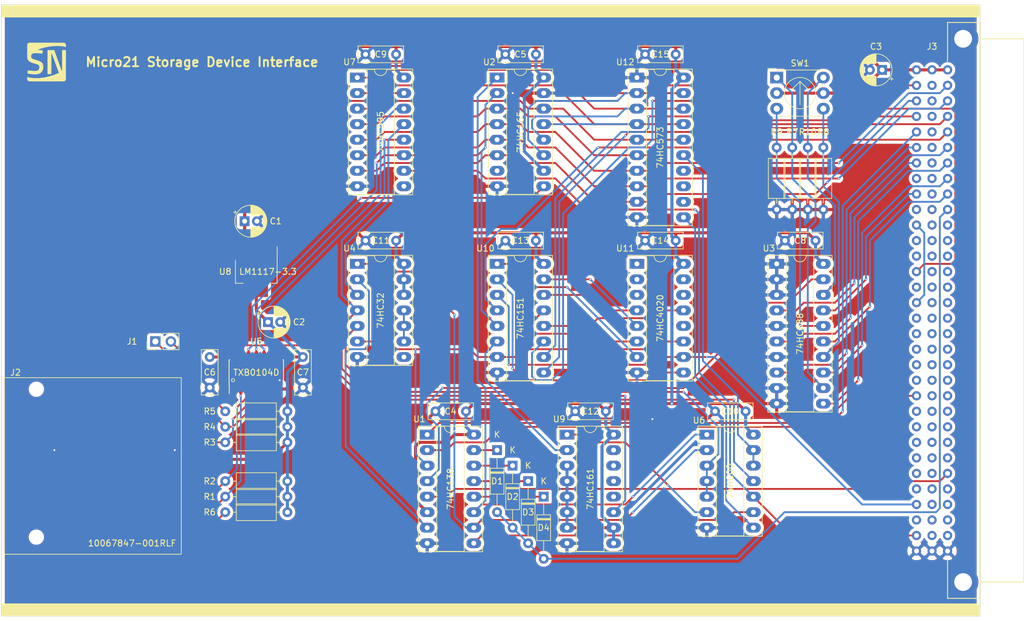
<source format=kicad_pcb>
(kicad_pcb (version 20171130) (host pcbnew "(5.1.0-0)")
  (layers (0 F.Cu signal) (31 B.Cu signal) (34 B.Paste user) (35 F.Paste user) (36 B.SilkS user) (37 F.SilkS user) (38 B.Mask user) (39 F.Mask user hide) (44 Edge.Cuts user))
  (net 0 "")
  (net 1 GND)
  (net 2 +5V)
  (net 3 +3V3)
  (net 4 "Net-(D1-Pad1)")
  (net 5 ~WAIT)
  (net 6 "Net-(D2-Pad1)")
  (net 7 "Net-(D3-Pad1)")
  (net 8 "Net-(D4-Pad1)")
  (net 9 "Net-(J1-Pad1)")
  (net 10 "Net-(J1-Pad2)")
  (net 11 "Net-(J2-Pad8)")
  (net 12 /DO)
  (net 13 /SCLK)
  (net 14 /DI)
  (net 15 /CS)
  (net 16 "Net-(J2-Pad9)")
  (net 17 D5)
  (net 18 D3)
  (net 19 D6)
  (net 20 D4)
  (net 21 A2)
  (net 22 A4)
  (net 23 A5)
  (net 24 A6)
  (net 25 "Net-(J3-PadA11)")
  (net 26 "Net-(J3-PadA12)")
  (net 27 "Net-(J3-PadA13)")
  (net 28 "Net-(J3-PadA14)")
  (net 29 "Net-(J3-PadA15)")
  (net 30 "Net-(J3-PadA16)")
  (net 31 "Net-(J3-PadA17)")
  (net 32 "Net-(J3-PadA18)")
  (net 33 "Net-(J3-PadA19)")
  (net 34 "Net-(J3-PadA20)")
  (net 35 "Net-(J3-PadA21)")
  (net 36 "Net-(J3-PadA22)")
  (net 37 "Net-(J3-PadA23)")
  (net 38 "Net-(J3-PadA24)")
  (net 39 "Net-(J3-PadA25)")
  (net 40 "Net-(J3-PadA26)")
  (net 41 ~IORQ)
  (net 42 "Net-(J3-PadA28)")
  (net 43 "Net-(J3-PadA29)")
  (net 44 "Net-(J3-PadA30)")
  (net 45 "Net-(J3-PadA31)")
  (net 46 "Net-(J3-PadB31)")
  (net 47 "Net-(J3-PadB30)")
  (net 48 "Net-(J3-PadB29)")
  (net 49 "Net-(J3-PadB28)")
  (net 50 "Net-(J3-PadB27)")
  (net 51 "Net-(J3-PadB26)")
  (net 52 "Net-(J3-PadB25)")
  (net 53 "Net-(J3-PadB24)")
  (net 54 "Net-(J3-PadB23)")
  (net 55 "Net-(J3-PadB22)")
  (net 56 "Net-(J3-PadB21)")
  (net 57 "Net-(J3-PadB20)")
  (net 58 "Net-(J3-PadB19)")
  (net 59 "Net-(J3-PadB18)")
  (net 60 "Net-(J3-PadB17)")
  (net 61 "Net-(J3-PadB16)")
  (net 62 "Net-(J3-PadB15)")
  (net 63 "Net-(J3-PadB14)")
  (net 64 "Net-(J3-PadB13)")
  (net 65 "Net-(J3-PadB12)")
  (net 66 "Net-(J3-PadB11)")
  (net 67 "Net-(J3-PadB10)")
  (net 68 "Net-(J3-PadB9)")
  (net 69 "Net-(J3-PadB8)")
  (net 70 "Net-(J3-PadB7)")
  (net 71 "Net-(J3-PadB6)")
  (net 72 "Net-(J3-PadB5)")
  (net 73 "Net-(J3-PadB3)")
  (net 74 "Net-(J3-PadB4)")
  (net 75 "Net-(J3-PadB2)")
  (net 76 D0)
  (net 77 D2)
  (net 78 D7)
  (net 79 A0)
  (net 80 A3)
  (net 81 A1)
  (net 82 "Net-(J3-PadC8)")
  (net 83 A7)
  (net 84 "Net-(J3-PadC10)")
  (net 85 "Net-(J3-PadC11)")
  (net 86 "Net-(J3-PadC12)")
  (net 87 "Net-(J3-PadC13)")
  (net 88 D1)
  (net 89 "Net-(J3-PadC15)")
  (net 90 "Net-(J3-PadC17)")
  (net 91 "Net-(J3-PadC18)")
  (net 92 "Net-(J3-PadC19)")
  (net 93 "Net-(J3-PadC20)")
  (net 94 "Net-(J3-PadC21)")
  (net 95 ~WR)
  (net 96 "Net-(J3-PadC23)")
  (net 97 "Net-(J3-PadC24)")
  (net 98 "Net-(J3-PadC25)")
  (net 99 "Net-(J3-PadC26)")
  (net 100 "Net-(J3-PadC27)")
  (net 101 "Net-(J3-PadC28)")
  (net 102 CLK)
  (net 103 "Net-(J3-PadC30)")
  (net 104 ~RESET)
  (net 105 "Net-(R7-Pad1)")
  (net 106 "Net-(R8-Pad1)")
  (net 107 "Net-(R9-Pad1)")
  (net 108 "Net-(R10-Pad1)")
  (net 109 "Net-(U1-Pad7)")
  (net 110 "Net-(U1-Pad4)")
  (net 111 "Net-(U1-Pad11)")
  (net 112 "Net-(U1-Pad3)")
  (net 113 "Net-(U1-Pad10)")
  (net 114 "Net-(U1-Pad9)")
  (net 115 "Net-(U2-Pad7)")
  (net 116 "Net-(U10-Pad5)")
  (net 117 "Net-(U2-Pad9)")
  (net 118 "Net-(U4-Pad8)")
  (net 119 "Net-(U4-Pad10)")
  (net 120 "Net-(U4-Pad3)")
  (net 121 "Net-(U4-Pad4)")
  (net 122 "Net-(U4-Pad5)")
  (net 123 "Net-(U5-Pad6)")
  (net 124 "Net-(U5-Pad9)")
  (net 125 "Net-(U5-Pad10)")
  (net 126 "Net-(U5-Pad13)")
  (net 127 "Net-(U12-Pad15)")
  (net 128 "Net-(U6-Pad6)")
  (net 129 "Net-(U12-Pad11)")
  (net 130 "Net-(U7-Pad9)")
  (net 131 "Net-(U9-Pad15)")
  (net 132 "Net-(U9-Pad14)")
  (net 133 "Net-(U9-Pad13)")
  (net 134 "Net-(U9-Pad12)")
  (net 135 "Net-(U10-Pad6)")
  (net 136 "Net-(U10-Pad1)")
  (net 137 "Net-(U10-Pad9)")
  (net 138 "Net-(U10-Pad2)")
  (net 139 "Net-(U10-Pad10)")
  (net 140 "Net-(U10-Pad11)")
  (net 141 "Net-(U10-Pad4)")
  (net 142 "Net-(U10-Pad12)")
  (net 143 "Net-(U10-Pad13)")
  (net 144 "Net-(U10-Pad14)")
  (net 145 "Net-(U10-Pad15)")
  (net 146 "Net-(U11-Pad1)")
  (net 147 "Net-(U11-Pad2)")
  (net 148 "Net-(U11-Pad3)")
  (net 149 "Net-(U11-Pad12)")
  (net 150 "Net-(U11-Pad14)")
  (net 151 "Net-(U11-Pad15)")
  (net 152 "Net-(U12-Pad12)")
  (net 153 "Net-(U12-Pad13)")
  (net 154 "Net-(U12-Pad14)")
  (module common:logo (layer F.Cu) (at 57.38 59.36)
    (fp_text reference G*** hide)
    (fp_text value LOGO hide)
  )
  (module Package_DIP:DIP-16_W7.62mm_Socket_LongPads (layer F.Cu) (at 108.18 61.9)
    (fp_text reference U7 (at -1.27 -2.54) (layer F.SilkS))
    (fp_text value 74HC595 (at 3.81 8.89 90) (layer F.SilkS))
    (pad 1 thru_hole rect (at 0 0) (size 2.4 1.6) (drill 0.8) (layers *.Cu *.Mask) (net 88 D1))
    (pad 9 thru_hole oval (at 7.62 17.78) (size 2.4 1.6) (drill 0.8) (layers *.Cu *.Mask) (net 130 "Net-(U7-Pad9)"))
    (pad 2 thru_hole oval (at 0 2.54) (size 2.4 1.6) (drill 0.8) (layers *.Cu *.Mask) (net 77 D2))
    (pad 10 thru_hole oval (at 7.62 15.24) (size 2.4 1.6) (drill 0.8) (layers *.Cu *.Mask) (net 104 ~RESET))
    (pad 3 thru_hole oval (at 0 5.08) (size 2.4 1.6) (drill 0.8) (layers *.Cu *.Mask) (net 18 D3))
    (pad 11 thru_hole oval (at 7.62 12.7) (size 2.4 1.6) (drill 0.8) (layers *.Cu *.Mask) (net 116 "Net-(U10-Pad5)"))
    (pad 4 thru_hole oval (at 0 7.62) (size 2.4 1.6) (drill 0.8) (layers *.Cu *.Mask) (net 20 D4))
    (pad 12 thru_hole oval (at 7.62 10.16) (size 2.4 1.6) (drill 0.8) (layers *.Cu *.Mask) (net 121 "Net-(U4-Pad4)"))
    (pad 5 thru_hole oval (at 0 10.16) (size 2.4 1.6) (drill 0.8) (layers *.Cu *.Mask) (net 17 D5))
    (pad 13 thru_hole oval (at 7.62 7.62) (size 2.4 1.6) (drill 0.8) (layers *.Cu *.Mask) (net 120 "Net-(U4-Pad3)"))
    (pad 6 thru_hole oval (at 0 12.7) (size 2.4 1.6) (drill 0.8) (layers *.Cu *.Mask) (net 19 D6))
    (pad 14 thru_hole oval (at 7.62 5.08) (size 2.4 1.6) (drill 0.8) (layers *.Cu *.Mask) (net 125 "Net-(U5-Pad10)"))
    (pad 7 thru_hole oval (at 0 15.24) (size 2.4 1.6) (drill 0.8) (layers *.Cu *.Mask) (net 78 D7))
    (pad 15 thru_hole oval (at 7.62 2.54) (size 2.4 1.6) (drill 0.8) (layers *.Cu *.Mask) (net 76 D0))
    (pad 8 thru_hole oval (at 0 17.78) (size 2.4 1.6) (drill 0.8) (layers *.Cu *.Mask) (net 1 GND))
    (pad 16 thru_hole oval (at 7.62 0) (size 2.4 1.6) (drill 0.8) (layers *.Cu *.Mask) (net 2 +5V))
  )
  (module Capacitor_THT:CP_Radial_D5.0mm_P2.00mm (layer F.Cu) (at 93.575 101.905)
    (fp_text reference C2 (at 5.08 0) (layer F.SilkS))
    (fp_text value CP_Small)
    (pad 1 thru_hole rect (at 0 0) (size 1.6 1.6) (drill 0.8) (layers *.Cu *.Mask) (net 3 +3V3))
    (pad 2 thru_hole circle (at 2 0) (size 1.6 1.6) (drill 0.8) (layers *.Cu *.Mask) (net 1 GND))
  )
  (module Capacitor_THT:CP_Radial_D5.0mm_P2.00mm (layer F.Cu) (at 89.765 85.395)
    (fp_text reference C1 (at 5.08 0) (layer F.SilkS))
    (fp_text value CP_Small)
    (pad 2 thru_hole circle (at 2 0) (size 1.6 1.6) (drill 0.8) (layers *.Cu *.Mask) (net 1 GND))
    (pad 1 thru_hole rect (at 0 0) (size 1.6 1.6) (drill 0.8) (layers *.Cu *.Mask) (net 2 +5V))
  )
  (module Capacitor_THT:CP_Radial_D5.0mm_P2.00mm (layer F.Cu) (at 194 60.63 180)
    (fp_text reference C3 (at 1 3.81 180) (layer F.SilkS))
    (fp_text value CP_Small)
    (pad 1 thru_hole rect (at 0 0 180) (size 1.6 1.6) (drill 0.8) (layers *.Cu *.Mask) (net 2 +5V))
    (pad 2 thru_hole circle (at 2 0 180) (size 1.6 1.6) (drill 0.8) (layers *.Cu *.Mask) (net 1 GND))
  )
  (module Capacitor_THT:C_Rect_L7.2mm_W2.5mm_P5.00mm_FKS2_FKP2_MKS2_MKP2 (layer F.Cu) (at 125.96 116.51 180)
    (fp_text reference C4 (at 2.54 0 180) (layer F.SilkS))
    (fp_text value C)
    (pad 2 thru_hole circle (at 5 0 180) (size 1.6 1.6) (drill 0.8) (layers *.Cu *.Mask) (net 1 GND))
    (pad 1 thru_hole circle (at 0 0 180) (size 1.6 1.6) (drill 0.8) (layers *.Cu *.Mask) (net 2 +5V))
  )
  (module Capacitor_THT:C_Rect_L7.2mm_W2.5mm_P5.00mm_FKS2_FKP2_MKS2_MKP2 (layer F.Cu) (at 137.39 58.09 180)
    (fp_text reference C5 (at 2.54 0 180) (layer F.SilkS))
    (fp_text value C)
    (pad 2 thru_hole circle (at 5 0 180) (size 1.6 1.6) (drill 0.8) (layers *.Cu *.Mask) (net 1 GND))
    (pad 1 thru_hole circle (at 0 0 180) (size 1.6 1.6) (drill 0.8) (layers *.Cu *.Mask) (net 2 +5V))
  )
  (module Capacitor_THT:C_Rect_L7.2mm_W2.5mm_P5.00mm_FKS2_FKP2_MKS2_MKP2 (layer F.Cu) (at 84.05 107.62 270)
    (fp_text reference C6 (at 2.5 0) (layer F.SilkS))
    (fp_text value C)
    (pad 2 thru_hole circle (at 5 0 270) (size 1.6 1.6) (drill 0.8) (layers *.Cu *.Mask) (net 1 GND))
    (pad 1 thru_hole circle (at 0 0 270) (size 1.6 1.6) (drill 0.8) (layers *.Cu *.Mask) (net 2 +5V))
  )
  (module Capacitor_THT:C_Rect_L7.2mm_W2.5mm_P5.00mm_FKS2_FKP2_MKS2_MKP2 (layer F.Cu) (at 99.29 107.62 270)
    (fp_text reference C7 (at 2.5 0) (layer F.SilkS))
    (fp_text value C)
    (pad 1 thru_hole circle (at 0 0 270) (size 1.6 1.6) (drill 0.8) (layers *.Cu *.Mask) (net 3 +3V3))
    (pad 2 thru_hole circle (at 5 0 270) (size 1.6 1.6) (drill 0.8) (layers *.Cu *.Mask) (net 1 GND))
  )
  (module Capacitor_THT:C_Rect_L7.2mm_W2.5mm_P5.00mm_FKS2_FKP2_MKS2_MKP2 (layer F.Cu) (at 183.11 88.57 180)
    (fp_text reference C8 (at 2.5 0 180) (layer F.SilkS))
    (fp_text value C)
    (pad 1 thru_hole circle (at 0 0 180) (size 1.6 1.6) (drill 0.8) (layers *.Cu *.Mask) (net 2 +5V))
    (pad 2 thru_hole circle (at 5 0 180) (size 1.6 1.6) (drill 0.8) (layers *.Cu *.Mask) (net 1 GND))
  )
  (module Capacitor_THT:C_Rect_L7.2mm_W2.5mm_P5.00mm_FKS2_FKP2_MKS2_MKP2 (layer F.Cu) (at 114.53 58.09 180)
    (fp_text reference C9 (at 2.5 0 180) (layer F.SilkS))
    (fp_text value C)
    (pad 1 thru_hole circle (at 0 0 180) (size 1.6 1.6) (drill 0.8) (layers *.Cu *.Mask) (net 2 +5V))
    (pad 2 thru_hole circle (at 5 0 180) (size 1.6 1.6) (drill 0.8) (layers *.Cu *.Mask) (net 1 GND))
  )
  (module Capacitor_THT:C_Rect_L7.2mm_W2.5mm_P5.00mm_FKS2_FKP2_MKS2_MKP2 (layer F.Cu) (at 171.68 116.51 180)
    (fp_text reference C10 (at 2.54 0 180) (layer F.SilkS))
    (fp_text value C)
    (pad 1 thru_hole circle (at 0 0 180) (size 1.6 1.6) (drill 0.8) (layers *.Cu *.Mask) (net 2 +5V))
    (pad 2 thru_hole circle (at 5 0 180) (size 1.6 1.6) (drill 0.8) (layers *.Cu *.Mask) (net 1 GND))
  )
  (module Capacitor_THT:C_Rect_L7.2mm_W2.5mm_P5.00mm_FKS2_FKP2_MKS2_MKP2 (layer F.Cu) (at 114.53 88.57 180)
    (fp_text reference C11 (at 2.5 0 180) (layer F.SilkS))
    (fp_text value C)
    (pad 2 thru_hole circle (at 5 0 180) (size 1.6 1.6) (drill 0.8) (layers *.Cu *.Mask) (net 1 GND))
    (pad 1 thru_hole circle (at 0 0 180) (size 1.6 1.6) (drill 0.8) (layers *.Cu *.Mask) (net 2 +5V))
  )
  (module Capacitor_THT:C_Rect_L7.2mm_W2.5mm_P5.00mm_FKS2_FKP2_MKS2_MKP2 (layer F.Cu) (at 148.82 116.51 180)
    (fp_text reference C12 (at 2.54 0 180) (layer F.SilkS))
    (fp_text value C)
    (pad 2 thru_hole circle (at 5 0 180) (size 1.6 1.6) (drill 0.8) (layers *.Cu *.Mask) (net 1 GND))
    (pad 1 thru_hole circle (at 0 0 180) (size 1.6 1.6) (drill 0.8) (layers *.Cu *.Mask) (net 2 +5V))
  )
  (module Capacitor_THT:C_Rect_L7.2mm_W2.5mm_P5.00mm_FKS2_FKP2_MKS2_MKP2 (layer F.Cu) (at 137.39 88.57 180)
    (fp_text reference C13 (at 2.54 0 180) (layer F.SilkS))
    (fp_text value C)
    (pad 2 thru_hole circle (at 5 0 180) (size 1.6 1.6) (drill 0.8) (layers *.Cu *.Mask) (net 1 GND))
    (pad 1 thru_hole circle (at 0 0 180) (size 1.6 1.6) (drill 0.8) (layers *.Cu *.Mask) (net 2 +5V))
  )
  (module Capacitor_THT:C_Rect_L7.2mm_W2.5mm_P5.00mm_FKS2_FKP2_MKS2_MKP2 (layer F.Cu) (at 160.25 88.57 180)
    (fp_text reference C14 (at 2.54 0 180) (layer F.SilkS))
    (fp_text value C)
    (pad 1 thru_hole circle (at 0 0 180) (size 1.6 1.6) (drill 0.8) (layers *.Cu *.Mask) (net 2 +5V))
    (pad 2 thru_hole circle (at 5 0 180) (size 1.6 1.6) (drill 0.8) (layers *.Cu *.Mask) (net 1 GND))
  )
  (module Capacitor_THT:C_Rect_L7.2mm_W2.5mm_P5.00mm_FKS2_FKP2_MKS2_MKP2 (layer F.Cu) (at 160.25 58.09 180)
    (fp_text reference C15 (at 2.5 0 180) (layer F.SilkS))
    (fp_text value C)
    (pad 1 thru_hole circle (at 0 0 180) (size 1.6 1.6) (drill 0.8) (layers *.Cu *.Mask) (net 2 +5V))
    (pad 2 thru_hole circle (at 5 0 180) (size 1.6 1.6) (drill 0.8) (layers *.Cu *.Mask) (net 1 GND))
  )
  (module Diode_THT:D_DO-35_SOD27_P10.16mm_Horizontal (layer F.Cu) (at 131.04 122.86 270)
    (fp_text reference D1 (at 5.08 0) (layer F.SilkS))
    (fp_text value BAT46)
    (fp_text user K (at -2.54 0) (layer F.SilkS))
    (pad 1 thru_hole rect (at 0 0 270) (size 1.6 1.6) (drill 0.8) (layers *.Cu *.Mask) (net 4 "Net-(D1-Pad1)"))
    (pad 2 thru_hole oval (at 10.16 0 270) (size 1.6 1.6) (drill 0.8) (layers *.Cu *.Mask) (net 5 ~WAIT))
  )
  (module Diode_THT:D_DO-35_SOD27_P10.16mm_Horizontal (layer F.Cu) (at 133.58 125.4 270)
    (fp_text reference D2 (at 5.08 0) (layer F.SilkS))
    (fp_text value BAT46)
    (fp_text user K (at -2.54 0) (layer F.SilkS))
    (pad 2 thru_hole oval (at 10.16 0 270) (size 1.6 1.6) (drill 0.8) (layers *.Cu *.Mask) (net 5 ~WAIT))
    (pad 1 thru_hole rect (at 0 0 270) (size 1.6 1.6) (drill 0.8) (layers *.Cu *.Mask) (net 6 "Net-(D2-Pad1)"))
  )
  (module Diode_THT:D_DO-35_SOD27_P10.16mm_Horizontal (layer F.Cu) (at 136.12 127.94 270)
    (fp_text reference D3 (at 5.08 0) (layer F.SilkS))
    (fp_text value BAT46)
    (fp_text user K (at -2.54 0) (layer F.SilkS))
    (pad 1 thru_hole rect (at 0 0 270) (size 1.6 1.6) (drill 0.8) (layers *.Cu *.Mask) (net 7 "Net-(D3-Pad1)"))
    (pad 2 thru_hole oval (at 10.16 0 270) (size 1.6 1.6) (drill 0.8) (layers *.Cu *.Mask) (net 5 ~WAIT))
  )
  (module Diode_THT:D_DO-35_SOD27_P10.16mm_Horizontal (layer F.Cu) (at 138.66 130.48 270)
    (fp_text reference D4 (at 5.08 0) (layer F.SilkS))
    (fp_text value BAT46)
    (fp_text user K (at -2.54 0) (layer F.SilkS))
    (pad 2 thru_hole oval (at 10.16 0 270) (size 1.6 1.6) (drill 0.8) (layers *.Cu *.Mask) (net 5 ~WAIT))
    (pad 1 thru_hole rect (at 0 0 270) (size 1.6 1.6) (drill 0.8) (layers *.Cu *.Mask) (net 8 "Net-(D4-Pad1)"))
  )
  (module Connector_PinHeader_2.54mm:PinHeader_1x02_P2.54mm_Vertical (layer F.Cu) (at 75.16 105.08 90)
    (fp_text reference J1 (at 0 -3.81 180) (layer F.SilkS))
    (fp_text value Conn_01x02_Male)
    (pad 1 thru_hole rect (at 0 0 90) (size 1.7 1.7) (drill 1) (layers *.Cu *.Mask) (net 9 "Net-(J1-Pad1)"))
    (pad 2 thru_hole oval (at 0 2.54 90) (size 1.7 1.7) (drill 1) (layers *.Cu *.Mask) (net 10 "Net-(J1-Pad2)"))
  )
  (module common:Socket_DIN41612-CaseC1-full-Male-96Pin-3rows (layer F.Cu) (at 202.16 100 90)
    (fp_text reference J3 (at 43.18 0 180) (layer F.SilkS))
    (fp_text value C96ABC)
    (pad A1 thru_hole circle (at 39.37 2.54 270) (size 1.50114 1.50114) (drill 0.8001) (layers *.Cu *.Mask) (net 2 +5V))
    (pad A2 thru_hole circle (at 36.83 2.54 270) (size 1.50114 1.50114) (drill 0.8001) (layers *.Cu *.Mask) (net 17 D5))
    (pad A4 thru_hole circle (at 31.75 2.54 270) (size 1.50114 1.50114) (drill 0.8001) (layers *.Cu *.Mask) (net 18 D3))
    (pad A3 thru_hole circle (at 34.29 2.54 270) (size 1.50114 1.50114) (drill 0.8001) (layers *.Cu *.Mask) (net 19 D6))
    (pad A5 thru_hole circle (at 29.21 2.54 270) (size 1.50114 1.50114) (drill 0.8001) (layers *.Cu *.Mask) (net 20 D4))
    (pad A6 thru_hole circle (at 26.67 2.54 270) (size 1.50114 1.50114) (drill 0.8001) (layers *.Cu *.Mask) (net 21 A2))
    (pad A7 thru_hole circle (at 24.13 2.54 270) (size 1.50114 1.50114) (drill 0.8001) (layers *.Cu *.Mask) (net 22 A4))
    (pad A8 thru_hole circle (at 21.59 2.54 270) (size 1.50114 1.50114) (drill 0.8001) (layers *.Cu *.Mask) (net 23 A5))
    (pad A9 thru_hole circle (at 19.05 2.54 270) (size 1.50114 1.50114) (drill 0.8001) (layers *.Cu *.Mask) (net 24 A6))
    (pad A10 thru_hole circle (at 16.51 2.54 270) (size 1.50114 1.50114) (drill 0.8001) (layers *.Cu *.Mask) (net 5 ~WAIT))
    (pad A11 thru_hole circle (at 13.97 2.54 270) (size 1.50114 1.50114) (drill 0.8001) (layers *.Cu *.Mask) (net 25 "Net-(J3-PadA11)"))
    (pad A12 thru_hole circle (at 11.43 2.54 270) (size 1.50114 1.50114) (drill 0.8001) (layers *.Cu *.Mask) (net 26 "Net-(J3-PadA12)"))
    (pad A13 thru_hole circle (at 8.89 2.54 270) (size 1.50114 1.50114) (drill 0.8001) (layers *.Cu *.Mask) (net 27 "Net-(J3-PadA13)"))
    (pad A14 thru_hole circle (at 6.35 2.54 270) (size 1.50114 1.50114) (drill 0.8001) (layers *.Cu *.Mask) (net 28 "Net-(J3-PadA14)"))
    (pad A15 thru_hole circle (at 3.81 2.54 270) (size 1.50114 1.50114) (drill 0.8001) (layers *.Cu *.Mask) (net 29 "Net-(J3-PadA15)"))
    (pad A16 thru_hole circle (at 1.27 2.54 270) (size 1.50114 1.50114) (drill 0.8001) (layers *.Cu *.Mask) (net 30 "Net-(J3-PadA16)"))
    (pad A17 thru_hole circle (at -1.27 2.54 270) (size 1.50114 1.50114) (drill 0.8001) (layers *.Cu *.Mask) (net 31 "Net-(J3-PadA17)"))
    (pad A18 thru_hole circle (at -3.81 2.54 270) (size 1.50114 1.50114) (drill 0.8001) (layers *.Cu *.Mask) (net 32 "Net-(J3-PadA18)"))
    (pad A19 thru_hole circle (at -6.35 2.54 270) (size 1.50114 1.50114) (drill 0.8001) (layers *.Cu *.Mask) (net 33 "Net-(J3-PadA19)"))
    (pad A20 thru_hole circle (at -8.89 2.54 270) (size 1.50114 1.50114) (drill 0.8001) (layers *.Cu *.Mask) (net 34 "Net-(J3-PadA20)"))
    (pad A21 thru_hole circle (at -11.43 2.54 270) (size 1.50114 1.50114) (drill 0.8001) (layers *.Cu *.Mask) (net 35 "Net-(J3-PadA21)"))
    (pad A22 thru_hole circle (at -13.97 2.54 270) (size 1.50114 1.50114) (drill 0.8001) (layers *.Cu *.Mask) (net 36 "Net-(J3-PadA22)"))
    (pad A23 thru_hole circle (at -16.51 2.54 270) (size 1.50114 1.50114) (drill 0.8001) (layers *.Cu *.Mask) (net 37 "Net-(J3-PadA23)"))
    (pad A24 thru_hole circle (at -19.05 2.54 270) (size 1.50114 1.50114) (drill 0.8001) (layers *.Cu *.Mask) (net 38 "Net-(J3-PadA24)"))
    (pad A25 thru_hole circle (at -21.59 2.54 270) (size 1.50114 1.50114) (drill 0.8001) (layers *.Cu *.Mask) (net 39 "Net-(J3-PadA25)"))
    (pad A26 thru_hole circle (at -24.13 2.54 270) (size 1.50114 1.50114) (drill 0.8001) (layers *.Cu *.Mask) (net 40 "Net-(J3-PadA26)"))
    (pad A27 thru_hole circle (at -26.67 2.54 270) (size 1.50114 1.50114) (drill 0.8001) (layers *.Cu *.Mask) (net 41 ~IORQ))
    (pad A28 thru_hole circle (at -29.21 2.54 270) (size 1.50114 1.50114) (drill 0.8001) (layers *.Cu *.Mask) (net 42 "Net-(J3-PadA28)"))
    (pad A29 thru_hole circle (at -31.75 2.54 270) (size 1.50114 1.50114) (drill 0.8001) (layers *.Cu *.Mask) (net 43 "Net-(J3-PadA29)"))
    (pad A30 thru_hole circle (at -34.29 2.54 270) (size 1.50114 1.50114) (drill 0.8001) (layers *.Cu *.Mask) (net 44 "Net-(J3-PadA30)"))
    (pad A31 thru_hole circle (at -36.83 2.54 270) (size 1.50114 1.50114) (drill 0.8001) (layers *.Cu *.Mask) (net 45 "Net-(J3-PadA31)"))
    (pad A32 thru_hole circle (at -39.37 2.54 270) (size 1.50114 1.50114) (drill 0.8001) (layers *.Cu *.Mask) (net 1 GND))
    (pad B32 thru_hole circle (at -39.37 0 270) (size 1.50114 1.50114) (drill 0.8001) (layers *.Cu *.Mask) (net 1 GND))
    (pad B31 thru_hole circle (at -36.83 0 270) (size 1.50114 1.50114) (drill 0.8001) (layers *.Cu *.Mask) (net 46 "Net-(J3-PadB31)"))
    (pad B30 thru_hole circle (at -34.29 0 270) (size 1.50114 1.50114) (drill 0.8001) (layers *.Cu *.Mask) (net 47 "Net-(J3-PadB30)"))
    (pad B29 thru_hole circle (at -31.75 0 270) (size 1.50114 1.50114) (drill 0.8001) (layers *.Cu *.Mask) (net 48 "Net-(J3-PadB29)"))
    (pad B28 thru_hole circle (at -29.21 0 270) (size 1.50114 1.50114) (drill 0.8001) (layers *.Cu *.Mask) (net 49 "Net-(J3-PadB28)"))
    (pad B27 thru_hole circle (at -26.67 0 270) (size 1.50114 1.50114) (drill 0.8001) (layers *.Cu *.Mask) (net 50 "Net-(J3-PadB27)"))
    (pad B26 thru_hole circle (at -24.13 0 270) (size 1.50114 1.50114) (drill 0.8001) (layers *.Cu *.Mask) (net 51 "Net-(J3-PadB26)"))
    (pad B25 thru_hole circle (at -21.59 0 270) (size 1.50114 1.50114) (drill 0.8001) (layers *.Cu *.Mask) (net 52 "Net-(J3-PadB25)"))
    (pad B24 thru_hole circle (at -19.05 0 270) (size 1.50114 1.50114) (drill 0.8001) (layers *.Cu *.Mask) (net 53 "Net-(J3-PadB24)"))
    (pad B23 thru_hole circle (at -16.51 0 270) (size 1.50114 1.50114) (drill 0.8001) (layers *.Cu *.Mask) (net 54 "Net-(J3-PadB23)"))
    (pad B22 thru_hole circle (at -13.97 0 270) (size 1.50114 1.50114) (drill 0.8001) (layers *.Cu *.Mask) (net 55 "Net-(J3-PadB22)"))
    (pad B21 thru_hole circle (at -11.43 0 270) (size 1.50114 1.50114) (drill 0.8001) (layers *.Cu *.Mask) (net 56 "Net-(J3-PadB21)"))
    (pad B20 thru_hole circle (at -8.89 0 270) (size 1.50114 1.50114) (drill 0.8001) (layers *.Cu *.Mask) (net 57 "Net-(J3-PadB20)"))
    (pad B19 thru_hole circle (at -6.35 0 270) (size 1.50114 1.50114) (drill 0.8001) (layers *.Cu *.Mask) (net 58 "Net-(J3-PadB19)"))
    (pad B18 thru_hole circle (at -3.81 0 270) (size 1.50114 1.50114) (drill 0.8001) (layers *.Cu *.Mask) (net 59 "Net-(J3-PadB18)"))
    (pad B17 thru_hole circle (at -1.27 0 270) (size 1.50114 1.50114) (drill 0.8001) (layers *.Cu *.Mask) (net 60 "Net-(J3-PadB17)"))
    (pad B16 thru_hole circle (at 1.27 0 270) (size 1.50114 1.50114) (drill 0.8001) (layers *.Cu *.Mask) (net 61 "Net-(J3-PadB16)"))
    (pad B15 thru_hole circle (at 3.81 0 270) (size 1.50114 1.50114) (drill 0.8001) (layers *.Cu *.Mask) (net 62 "Net-(J3-PadB15)"))
    (pad B14 thru_hole circle (at 6.35 0 270) (size 1.50114 1.50114) (drill 0.8001) (layers *.Cu *.Mask) (net 63 "Net-(J3-PadB14)"))
    (pad B13 thru_hole circle (at 8.89 0 270) (size 1.50114 1.50114) (drill 0.8001) (layers *.Cu *.Mask) (net 64 "Net-(J3-PadB13)"))
    (pad B12 thru_hole circle (at 11.43 0 270) (size 1.50114 1.50114) (drill 0.8001) (layers *.Cu *.Mask) (net 65 "Net-(J3-PadB12)"))
    (pad B11 thru_hole circle (at 13.97 0 270) (size 1.50114 1.50114) (drill 0.8001) (layers *.Cu *.Mask) (net 66 "Net-(J3-PadB11)"))
    (pad B10 thru_hole circle (at 16.51 0 270) (size 1.50114 1.50114) (drill 0.8001) (layers *.Cu *.Mask) (net 67 "Net-(J3-PadB10)"))
    (pad B9 thru_hole circle (at 19.05 0 270) (size 1.50114 1.50114) (drill 0.8001) (layers *.Cu *.Mask) (net 68 "Net-(J3-PadB9)"))
    (pad B8 thru_hole circle (at 21.59 0 270) (size 1.50114 1.50114) (drill 0.8001) (layers *.Cu *.Mask) (net 69 "Net-(J3-PadB8)"))
    (pad B7 thru_hole circle (at 24.13 0 270) (size 1.50114 1.50114) (drill 0.8001) (layers *.Cu *.Mask) (net 70 "Net-(J3-PadB7)"))
    (pad B6 thru_hole circle (at 26.67 0 270) (size 1.50114 1.50114) (drill 0.8001) (layers *.Cu *.Mask) (net 71 "Net-(J3-PadB6)"))
    (pad B5 thru_hole circle (at 29.21 0 270) (size 1.50114 1.50114) (drill 0.8001) (layers *.Cu *.Mask) (net 72 "Net-(J3-PadB5)"))
    (pad B3 thru_hole circle (at 34.29 0 270) (size 1.50114 1.50114) (drill 0.8001) (layers *.Cu *.Mask) (net 73 "Net-(J3-PadB3)"))
    (pad B4 thru_hole circle (at 31.75 0 270) (size 1.50114 1.50114) (drill 0.8001) (layers *.Cu *.Mask) (net 74 "Net-(J3-PadB4)"))
    (pad B2 thru_hole circle (at 36.83 0 270) (size 1.50114 1.50114) (drill 0.8001) (layers *.Cu *.Mask) (net 75 "Net-(J3-PadB2)"))
    (pad B1 thru_hole circle (at 39.37 0 270) (size 1.50114 1.50114) (drill 0.8001) (layers *.Cu *.Mask) (net 2 +5V))
    (pad C1 thru_hole circle (at 39.37 -2.54 270) (size 1.50114 1.50114) (drill 0.8001) (layers *.Cu *.Mask) (net 2 +5V))
    (pad C2 thru_hole circle (at 36.83 -2.54 270) (size 1.50114 1.50114) (drill 0.8001) (layers *.Cu *.Mask) (net 76 D0))
    (pad C4 thru_hole circle (at 31.75 -2.54 270) (size 1.50114 1.50114) (drill 0.8001) (layers *.Cu *.Mask) (net 77 D2))
    (pad C3 thru_hole circle (at 34.29 -2.54 270) (size 1.50114 1.50114) (drill 0.8001) (layers *.Cu *.Mask) (net 78 D7))
    (pad C5 thru_hole circle (at 29.21 -2.54 270) (size 1.50114 1.50114) (drill 0.8001) (layers *.Cu *.Mask) (net 79 A0))
    (pad C6 thru_hole circle (at 26.67 -2.54 270) (size 1.50114 1.50114) (drill 0.8001) (layers *.Cu *.Mask) (net 80 A3))
    (pad C7 thru_hole circle (at 24.13 -2.54 270) (size 1.50114 1.50114) (drill 0.8001) (layers *.Cu *.Mask) (net 81 A1))
    (pad C8 thru_hole circle (at 21.59 -2.54 270) (size 1.50114 1.50114) (drill 0.8001) (layers *.Cu *.Mask) (net 82 "Net-(J3-PadC8)"))
    (pad C9 thru_hole circle (at 19.05 -2.54 270) (size 1.50114 1.50114) (drill 0.8001) (layers *.Cu *.Mask) (net 83 A7))
    (pad C10 thru_hole circle (at 16.51 -2.54 270) (size 1.50114 1.50114) (drill 0.8001) (layers *.Cu *.Mask) (net 84 "Net-(J3-PadC10)"))
    (pad C11 thru_hole circle (at 13.97 -2.54 270) (size 1.50114 1.50114) (drill 0.8001) (layers *.Cu *.Mask) (net 85 "Net-(J3-PadC11)"))
    (pad C12 thru_hole circle (at 11.43 -2.54 270) (size 1.50114 1.50114) (drill 0.8001) (layers *.Cu *.Mask) (net 86 "Net-(J3-PadC12)"))
    (pad C13 thru_hole circle (at 8.89 -2.54 270) (size 1.50114 1.50114) (drill 0.8001) (layers *.Cu *.Mask) (net 87 "Net-(J3-PadC13)"))
    (pad C14 thru_hole circle (at 6.35 -2.54 270) (size 1.50114 1.50114) (drill 0.8001) (layers *.Cu *.Mask) (net 88 D1))
    (pad C15 thru_hole circle (at 3.81 -2.54 270) (size 1.50114 1.50114) (drill 0.8001) (layers *.Cu *.Mask) (net 89 "Net-(J3-PadC15)"))
    (pad C16 thru_hole circle (at 1.27 -2.54 270) (size 1.50114 1.50114) (drill 0.8001) (layers *.Cu *.Mask) (net 85 "Net-(J3-PadC11)"))
    (pad C17 thru_hole circle (at -1.27 -2.54 270) (size 1.50114 1.50114) (drill 0.8001) (layers *.Cu *.Mask) (net 90 "Net-(J3-PadC17)"))
    (pad C18 thru_hole circle (at -3.81 -2.54 270) (size 1.50114 1.50114) (drill 0.8001) (layers *.Cu *.Mask) (net 91 "Net-(J3-PadC18)"))
    (pad C19 thru_hole circle (at -6.35 -2.54 270) (size 1.50114 1.50114) (drill 0.8001) (layers *.Cu *.Mask) (net 92 "Net-(J3-PadC19)"))
    (pad C20 thru_hole circle (at -8.89 -2.54 270) (size 1.50114 1.50114) (drill 0.8001) (layers *.Cu *.Mask) (net 93 "Net-(J3-PadC20)"))
    (pad C21 thru_hole circle (at -11.43 -2.54 270) (size 1.50114 1.50114) (drill 0.8001) (layers *.Cu *.Mask) (net 94 "Net-(J3-PadC21)"))
    (pad C22 thru_hole circle (at -13.97 -2.54 270) (size 1.50114 1.50114) (drill 0.8001) (layers *.Cu *.Mask) (net 95 ~WR))
    (pad C23 thru_hole circle (at -16.51 -2.54 270) (size 1.50114 1.50114) (drill 0.8001) (layers *.Cu *.Mask) (net 96 "Net-(J3-PadC23)"))
    (pad C24 thru_hole circle (at -19.05 -2.54 270) (size 1.50114 1.50114) (drill 0.8001) (layers *.Cu *.Mask) (net 97 "Net-(J3-PadC24)"))
    (pad C25 thru_hole circle (at -21.59 -2.54 270) (size 1.50114 1.50114) (drill 0.8001) (layers *.Cu *.Mask) (net 98 "Net-(J3-PadC25)"))
    (pad C26 thru_hole circle (at -24.13 -2.54 270) (size 1.50114 1.50114) (drill 0.8001) (layers *.Cu *.Mask) (net 99 "Net-(J3-PadC26)"))
    (pad C27 thru_hole circle (at -26.67 -2.54 270) (size 1.50114 1.50114) (drill 0.8001) (layers *.Cu *.Mask) (net 100 "Net-(J3-PadC27)"))
    (pad C28 thru_hole circle (at -29.21 -2.54 270) (size 1.50114 1.50114) (drill 0.8001) (layers *.Cu *.Mask) (net 101 "Net-(J3-PadC28)"))
    (pad C29 thru_hole circle (at -31.75 -2.54 270) (size 1.50114 1.50114) (drill 0.8001) (layers *.Cu *.Mask) (net 102 CLK))
    (pad C30 thru_hole circle (at -34.29 -2.54 270) (size 1.50114 1.50114) (drill 0.8001) (layers *.Cu *.Mask) (net 103 "Net-(J3-PadC30)"))
    (pad C31 thru_hole circle (at -36.83 -2.54 270) (size 1.50114 1.50114) (drill 0.8001) (layers *.Cu *.Mask) (net 104 ~RESET))
    (pad C32 thru_hole circle (at -39.37 -2.54 270) (size 1.50114 1.50114) (drill 0.8001) (layers *.Cu *.Mask) (net 1 GND))
    (pad A32 thru_hole circle (at -44.45 5.08 90) (size 5 5) (drill 2.90068) (layers *.Cu *.Mask) (net 1 GND))
    (pad A32 thru_hole circle (at 44.45 5.08 90) (size 5 5) (drill 2.90068) (layers *.Cu *.Mask) (net 1 GND))
  )
  (module Resistor_THT:R_Axial_DIN0207_L6.3mm_D2.5mm_P10.16mm_Horizontal (layer F.Cu) (at 96.75 130.48 180)
    (fp_text reference R1 (at 12.7 0 180) (layer F.SilkS))
    (fp_text value 100k)
    (pad 2 thru_hole oval (at 10.16 0 180) (size 1.6 1.6) (drill 0.8) (layers *.Cu *.Mask) (net 15 /CS))
    (pad 1 thru_hole circle (at 0 0 180) (size 1.6 1.6) (drill 0.8) (layers *.Cu *.Mask) (net 3 +3V3))
  )
  (module Resistor_THT:R_Axial_DIN0207_L6.3mm_D2.5mm_P10.16mm_Horizontal (layer F.Cu) (at 96.75 127.94 180)
    (fp_text reference R2 (at 12.7 0 180) (layer F.SilkS))
    (fp_text value 100k)
    (pad 1 thru_hole circle (at 0 0 180) (size 1.6 1.6) (drill 0.8) (layers *.Cu *.Mask) (net 3 +3V3))
    (pad 2 thru_hole oval (at 10.16 0 180) (size 1.6 1.6) (drill 0.8) (layers *.Cu *.Mask) (net 14 /DI))
  )
  (module Resistor_THT:R_Axial_DIN0207_L6.3mm_D2.5mm_P10.16mm_Horizontal (layer F.Cu) (at 96.75 121.59 180)
    (fp_text reference R3 (at 12.7 0 180) (layer F.SilkS))
    (fp_text value 100k)
    (pad 2 thru_hole oval (at 10.16 0 180) (size 1.6 1.6) (drill 0.8) (layers *.Cu *.Mask) (net 13 /SCLK))
    (pad 1 thru_hole circle (at 0 0 180) (size 1.6 1.6) (drill 0.8) (layers *.Cu *.Mask) (net 3 +3V3))
  )
  (module Resistor_THT:R_Axial_DIN0207_L6.3mm_D2.5mm_P10.16mm_Horizontal (layer F.Cu) (at 96.75 119.05 180)
    (fp_text reference R4 (at 12.7 0 180) (layer F.SilkS))
    (fp_text value 100k)
    (pad 1 thru_hole circle (at 0 0 180) (size 1.6 1.6) (drill 0.8) (layers *.Cu *.Mask) (net 3 +3V3))
    (pad 2 thru_hole oval (at 10.16 0 180) (size 1.6 1.6) (drill 0.8) (layers *.Cu *.Mask) (net 12 /DO))
  )
  (module Resistor_THT:R_Axial_DIN0207_L6.3mm_D2.5mm_P10.16mm_Horizontal (layer F.Cu) (at 96.75 116.51 180)
    (fp_text reference R5 (at 12.7 0 180) (layer F.SilkS))
    (fp_text value 100k)
    (pad 2 thru_hole oval (at 10.16 0 180) (size 1.6 1.6) (drill 0.8) (layers *.Cu *.Mask) (net 11 "Net-(J2-Pad8)"))
    (pad 1 thru_hole circle (at 0 0 180) (size 1.6 1.6) (drill 0.8) (layers *.Cu *.Mask) (net 3 +3V3))
  )
  (module Resistor_THT:R_Axial_DIN0207_L6.3mm_D2.5mm_P10.16mm_Horizontal (layer F.Cu) (at 96.75 133.02 180)
    (fp_text reference R6 (at 12.7 0 180) (layer F.SilkS))
    (fp_text value 100k)
    (pad 1 thru_hole circle (at 0 0 180) (size 1.6 1.6) (drill 0.8) (layers *.Cu *.Mask) (net 3 +3V3))
    (pad 2 thru_hole oval (at 10.16 0 180) (size 1.6 1.6) (drill 0.8) (layers *.Cu *.Mask) (net 16 "Net-(J2-Pad9)"))
  )
  (module Resistor_THT:R_Axial_DIN0207_L6.3mm_D2.5mm_P10.16mm_Horizontal (layer F.Cu) (at 179.3 73.33 270)
    (fp_text reference R7 (at -2.54 0 180) (layer F.SilkS))
    (fp_text value 100k)
    (pad 1 thru_hole circle (at 0 0 270) (size 1.6 1.6) (drill 0.8) (layers *.Cu *.Mask) (net 105 "Net-(R7-Pad1)"))
    (pad 2 thru_hole oval (at 10.16 0 270) (size 1.6 1.6) (drill 0.8) (layers *.Cu *.Mask) (net 1 GND))
  )
  (module Resistor_THT:R_Axial_DIN0207_L6.3mm_D2.5mm_P10.16mm_Horizontal (layer F.Cu) (at 184.38 73.33 270)
    (fp_text reference R8 (at -2.54 0 180) (layer F.SilkS))
    (fp_text value 100k)
    (pad 2 thru_hole oval (at 10.16 0 270) (size 1.6 1.6) (drill 0.8) (layers *.Cu *.Mask) (net 1 GND))
    (pad 1 thru_hole circle (at 0 0 270) (size 1.6 1.6) (drill 0.8) (layers *.Cu *.Mask) (net 106 "Net-(R8-Pad1)"))
  )
  (module Resistor_THT:R_Axial_DIN0207_L6.3mm_D2.5mm_P10.16mm_Horizontal (layer F.Cu) (at 176.76 73.33 270)
    (fp_text reference R9 (at -2.54 0 180) (layer F.SilkS))
    (fp_text value 100k)
    (pad 1 thru_hole circle (at 0 0 270) (size 1.6 1.6) (drill 0.8) (layers *.Cu *.Mask) (net 107 "Net-(R9-Pad1)"))
    (pad 2 thru_hole oval (at 10.16 0 270) (size 1.6 1.6) (drill 0.8) (layers *.Cu *.Mask) (net 1 GND))
  )
  (module Resistor_THT:R_Axial_DIN0207_L6.3mm_D2.5mm_P10.16mm_Horizontal (layer F.Cu) (at 181.84 73.33 270)
    (fp_text reference R10 (at -2.54 0) (layer F.SilkS))
    (fp_text value 100k)
    (pad 2 thru_hole oval (at 10.16 0 270) (size 1.6 1.6) (drill 0.8) (layers *.Cu *.Mask) (net 1 GND))
    (pad 1 thru_hole circle (at 0 0 270) (size 1.6 1.6) (drill 0.8) (layers *.Cu *.Mask) (net 108 "Net-(R10-Pad1)"))
  )
  (module Button_Switch_THT:Nidec_Copal_SH-7010C (layer F.Cu) (at 176.76 61.9)
    (fp_text reference SW1 (at 3.81 -2.36) (layer F.SilkS))
    (fp_text value SW_Coded_SH-7050)
    (pad 1 thru_hole rect (at 0 0) (size 2.1 1.9) (drill 1) (layers *.Cu *.Mask) (net 105 "Net-(R7-Pad1)"))
    (pad 8 thru_hole oval (at 7.62 0) (size 2.1 1.9) (drill 1) (layers *.Cu *.Mask) (net 108 "Net-(R10-Pad1)"))
    (pad C thru_hole oval (at 0 2.54) (size 2.1 1.9) (drill 1) (layers *.Cu *.Mask) (net 2 +5V))
    (pad C thru_hole oval (at 7.62 2.54) (size 2.1 1.9) (drill 1) (layers *.Cu *.Mask) (net 2 +5V))
    (pad 4 thru_hole oval (at 0 5.08) (size 2.1 1.9) (drill 1) (layers *.Cu *.Mask) (net 107 "Net-(R9-Pad1)"))
    (pad 2 thru_hole oval (at 7.62 5.08) (size 2.1 1.9) (drill 1) (layers *.Cu *.Mask) (net 106 "Net-(R8-Pad1)"))
  )
  (module Package_DIP:DIP-16_W7.62mm_Socket_LongPads (layer F.Cu) (at 119.61 120.32)
    (fp_text reference U1 (at -1.27 -2.54) (layer F.SilkS))
    (fp_text value 74HC138 (at 3.81 8.89 90) (layer F.SilkS))
    (pad 16 thru_hole oval (at 7.62 0) (size 2.4 1.6) (drill 0.8) (layers *.Cu *.Mask) (net 2 +5V))
    (pad 8 thru_hole oval (at 0 17.78) (size 2.4 1.6) (drill 0.8) (layers *.Cu *.Mask) (net 1 GND))
    (pad 15 thru_hole oval (at 7.62 2.54) (size 2.4 1.6) (drill 0.8) (layers *.Cu *.Mask) (net 4 "Net-(D1-Pad1)"))
    (pad 7 thru_hole oval (at 0 15.24) (size 2.4 1.6) (drill 0.8) (layers *.Cu *.Mask) (net 109 "Net-(U1-Pad7)"))
    (pad 14 thru_hole oval (at 7.62 5.08) (size 2.4 1.6) (drill 0.8) (layers *.Cu *.Mask) (net 6 "Net-(D2-Pad1)"))
    (pad 6 thru_hole oval (at 0 12.7) (size 2.4 1.6) (drill 0.8) (layers *.Cu *.Mask) (net 2 +5V))
    (pad 13 thru_hole oval (at 7.62 7.62) (size 2.4 1.6) (drill 0.8) (layers *.Cu *.Mask) (net 7 "Net-(D3-Pad1)"))
    (pad 5 thru_hole oval (at 0 10.16) (size 2.4 1.6) (drill 0.8) (layers *.Cu *.Mask) (net 41 ~IORQ))
    (pad 12 thru_hole oval (at 7.62 10.16) (size 2.4 1.6) (drill 0.8) (layers *.Cu *.Mask) (net 8 "Net-(D4-Pad1)"))
    (pad 4 thru_hole oval (at 0 7.62) (size 2.4 1.6) (drill 0.8) (layers *.Cu *.Mask) (net 110 "Net-(U1-Pad4)"))
    (pad 11 thru_hole oval (at 7.62 12.7) (size 2.4 1.6) (drill 0.8) (layers *.Cu *.Mask) (net 111 "Net-(U1-Pad11)"))
    (pad 3 thru_hole oval (at 0 5.08) (size 2.4 1.6) (drill 0.8) (layers *.Cu *.Mask) (net 112 "Net-(U1-Pad3)"))
    (pad 10 thru_hole oval (at 7.62 15.24) (size 2.4 1.6) (drill 0.8) (layers *.Cu *.Mask) (net 113 "Net-(U1-Pad10)"))
    (pad 2 thru_hole oval (at 0 2.54) (size 2.4 1.6) (drill 0.8) (layers *.Cu *.Mask) (net 79 A0))
    (pad 9 thru_hole oval (at 7.62 17.78) (size 2.4 1.6) (drill 0.8) (layers *.Cu *.Mask) (net 114 "Net-(U1-Pad9)"))
    (pad 1 thru_hole rect (at 0 0) (size 2.4 1.6) (drill 0.8) (layers *.Cu *.Mask) (net 95 ~WR))
  )
  (module Package_DIP:DIP-16_W7.62mm_Socket_LongPads (layer F.Cu) (at 131.04 61.9)
    (fp_text reference U2 (at -1.27 -2.54) (layer F.SilkS))
    (fp_text value 74HC165 (at 3.81 8.89 90) (layer F.SilkS))
    (pad 16 thru_hole oval (at 7.62 0) (size 2.4 1.6) (drill 0.8) (layers *.Cu *.Mask) (net 2 +5V))
    (pad 8 thru_hole oval (at 0 17.78) (size 2.4 1.6) (drill 0.8) (layers *.Cu *.Mask) (net 1 GND))
    (pad 15 thru_hole oval (at 7.62 2.54) (size 2.4 1.6) (drill 0.8) (layers *.Cu *.Mask) (net 1 GND))
    (pad 7 thru_hole oval (at 0 15.24) (size 2.4 1.6) (drill 0.8) (layers *.Cu *.Mask) (net 115 "Net-(U2-Pad7)"))
    (pad 14 thru_hole oval (at 7.62 5.08) (size 2.4 1.6) (drill 0.8) (layers *.Cu *.Mask) (net 18 D3))
    (pad 6 thru_hole oval (at 0 12.7) (size 2.4 1.6) (drill 0.8) (layers *.Cu *.Mask) (net 78 D7))
    (pad 13 thru_hole oval (at 7.62 7.62) (size 2.4 1.6) (drill 0.8) (layers *.Cu *.Mask) (net 77 D2))
    (pad 5 thru_hole oval (at 0 10.16) (size 2.4 1.6) (drill 0.8) (layers *.Cu *.Mask) (net 19 D6))
    (pad 12 thru_hole oval (at 7.62 10.16) (size 2.4 1.6) (drill 0.8) (layers *.Cu *.Mask) (net 88 D1))
    (pad 4 thru_hole oval (at 0 7.62) (size 2.4 1.6) (drill 0.8) (layers *.Cu *.Mask) (net 17 D5))
    (pad 11 thru_hole oval (at 7.62 12.7) (size 2.4 1.6) (drill 0.8) (layers *.Cu *.Mask) (net 76 D0))
    (pad 3 thru_hole oval (at 0 5.08) (size 2.4 1.6) (drill 0.8) (layers *.Cu *.Mask) (net 20 D4))
    (pad 10 thru_hole oval (at 7.62 15.24) (size 2.4 1.6) (drill 0.8) (layers *.Cu *.Mask) (net 2 +5V))
    (pad 2 thru_hole oval (at 0 2.54) (size 2.4 1.6) (drill 0.8) (layers *.Cu *.Mask) (net 116 "Net-(U10-Pad5)"))
    (pad 9 thru_hole oval (at 7.62 17.78) (size 2.4 1.6) (drill 0.8) (layers *.Cu *.Mask) (net 117 "Net-(U2-Pad9)"))
    (pad 1 thru_hole rect (at 0 0) (size 2.4 1.6) (drill 0.8) (layers *.Cu *.Mask) (net 111 "Net-(U1-Pad11)"))
  )
  (module Package_DIP:DIP-20_W7.62mm_Socket_LongPads (layer F.Cu) (at 176.76 92.38)
    (fp_text reference U3 (at -1.27 -2.54) (layer F.SilkS))
    (fp_text value 74HC688 (at 3.81 11.43 90) (layer F.SilkS))
    (pad 20 thru_hole oval (at 7.62 0) (size 2.4 1.6) (drill 0.8) (layers *.Cu *.Mask) (net 2 +5V))
    (pad 10 thru_hole oval (at 0 22.86) (size 2.4 1.6) (drill 0.8) (layers *.Cu *.Mask) (net 1 GND))
    (pad 19 thru_hole oval (at 7.62 2.54) (size 2.4 1.6) (drill 0.8) (layers *.Cu *.Mask) (net 110 "Net-(U1-Pad4)"))
    (pad 9 thru_hole oval (at 0 20.32) (size 2.4 1.6) (drill 0.8) (layers *.Cu *.Mask) (net 1 GND))
    (pad 18 thru_hole oval (at 7.62 5.08) (size 2.4 1.6) (drill 0.8) (layers *.Cu *.Mask) (net 108 "Net-(R10-Pad1)"))
    (pad 8 thru_hole oval (at 0 17.78) (size 2.4 1.6) (drill 0.8) (layers *.Cu *.Mask) (net 80 A3))
    (pad 17 thru_hole oval (at 7.62 7.62) (size 2.4 1.6) (drill 0.8) (layers *.Cu *.Mask) (net 83 A7))
    (pad 7 thru_hole oval (at 0 15.24) (size 2.4 1.6) (drill 0.8) (layers *.Cu *.Mask) (net 1 GND))
    (pad 16 thru_hole oval (at 7.62 10.16) (size 2.4 1.6) (drill 0.8) (layers *.Cu *.Mask) (net 107 "Net-(R9-Pad1)"))
    (pad 6 thru_hole oval (at 0 12.7) (size 2.4 1.6) (drill 0.8) (layers *.Cu *.Mask) (net 21 A2))
    (pad 15 thru_hole oval (at 7.62 12.7) (size 2.4 1.6) (drill 0.8) (layers *.Cu *.Mask) (net 24 A6))
    (pad 5 thru_hole oval (at 0 10.16) (size 2.4 1.6) (drill 0.8) (layers *.Cu *.Mask) (net 1 GND))
    (pad 14 thru_hole oval (at 7.62 15.24) (size 2.4 1.6) (drill 0.8) (layers *.Cu *.Mask) (net 106 "Net-(R8-Pad1)"))
    (pad 4 thru_hole oval (at 0 7.62) (size 2.4 1.6) (drill 0.8) (layers *.Cu *.Mask) (net 81 A1))
    (pad 13 thru_hole oval (at 7.62 17.78) (size 2.4 1.6) (drill 0.8) (layers *.Cu *.Mask) (net 23 A5))
    (pad 3 thru_hole oval (at 0 5.08) (size 2.4 1.6) (drill 0.8) (layers *.Cu *.Mask) (net 1 GND))
    (pad 12 thru_hole oval (at 7.62 20.32) (size 2.4 1.6) (drill 0.8) (layers *.Cu *.Mask) (net 105 "Net-(R7-Pad1)"))
    (pad 2 thru_hole oval (at 0 2.54) (size 2.4 1.6) (drill 0.8) (layers *.Cu *.Mask) (net 1 GND))
    (pad 11 thru_hole oval (at 7.62 22.86) (size 2.4 1.6) (drill 0.8) (layers *.Cu *.Mask) (net 22 A4))
    (pad 1 thru_hole rect (at 0 0) (size 2.4 1.6) (drill 0.8) (layers *.Cu *.Mask) (net 1 GND))
  )
  (module Package_DIP:DIP-14_W7.62mm_Socket_LongPads (layer F.Cu) (at 108.18 92.38)
    (fp_text reference U4 (at -1.27 -2.54) (layer F.SilkS))
    (fp_text value 74HC32 (at 3.81 7.62 90) (layer F.SilkS))
    (pad 1 thru_hole rect (at 0 0) (size 2.4 1.6) (drill 0.8) (layers *.Cu *.Mask) (net 113 "Net-(U1-Pad10)"))
    (pad 8 thru_hole oval (at 7.62 15.24) (size 2.4 1.6) (drill 0.8) (layers *.Cu *.Mask) (net 118 "Net-(U4-Pad8)"))
    (pad 2 thru_hole oval (at 0 2.54) (size 2.4 1.6) (drill 0.8) (layers *.Cu *.Mask) (net 109 "Net-(U1-Pad7)"))
    (pad 9 thru_hole oval (at 7.62 12.7) (size 2.4 1.6) (drill 0.8) (layers *.Cu *.Mask) (net 119 "Net-(U4-Pad10)"))
    (pad 3 thru_hole oval (at 0 5.08) (size 2.4 1.6) (drill 0.8) (layers *.Cu *.Mask) (net 120 "Net-(U4-Pad3)"))
    (pad 10 thru_hole oval (at 7.62 10.16) (size 2.4 1.6) (drill 0.8) (layers *.Cu *.Mask) (net 119 "Net-(U4-Pad10)"))
    (pad 4 thru_hole oval (at 0 7.62) (size 2.4 1.6) (drill 0.8) (layers *.Cu *.Mask) (net 121 "Net-(U4-Pad4)"))
    (pad 11 thru_hole oval (at 7.62 7.62) (size 2.4 1.6) (drill 0.8) (layers *.Cu *.Mask) (net 119 "Net-(U4-Pad10)"))
    (pad 5 thru_hole oval (at 0 10.16) (size 2.4 1.6) (drill 0.8) (layers *.Cu *.Mask) (net 122 "Net-(U4-Pad5)"))
    (pad 12 thru_hole oval (at 7.62 5.08) (size 2.4 1.6) (drill 0.8) (layers *.Cu *.Mask) (net 2 +5V))
    (pad 6 thru_hole oval (at 0 12.7) (size 2.4 1.6) (drill 0.8) (layers *.Cu *.Mask) (net 112 "Net-(U1-Pad3)"))
    (pad 13 thru_hole oval (at 7.62 2.54) (size 2.4 1.6) (drill 0.8) (layers *.Cu *.Mask) (net 2 +5V))
    (pad 7 thru_hole oval (at 0 15.24) (size 2.4 1.6) (drill 0.8) (layers *.Cu *.Mask) (net 1 GND))
    (pad 14 thru_hole oval (at 7.62 0) (size 2.4 1.6) (drill 0.8) (layers *.Cu *.Mask) (net 2 +5V))
  )
  (module Package_SO:SOIC-14_3.9x8.7mm_P1.27mm (layer F.Cu) (at 91.67 110.16 90)
    (fp_text reference U5 (at 5.08 0 180) (layer F.SilkS))
    (fp_text value TXB0104D (at 0 0 180) (layer F.SilkS))
    (pad 1 smd rect (at -2.7 -3.81 90) (size 1.5 0.6) (layers F.Cu F.Paste F.Mask) (net 3 +3V3))
    (pad 2 smd rect (at -2.7 -2.54 90) (size 1.5 0.6) (layers F.Cu F.Paste F.Mask) (net 15 /CS))
    (pad 3 smd rect (at -2.7 -1.27 90) (size 1.5 0.6) (layers F.Cu F.Paste F.Mask) (net 14 /DI))
    (pad 4 smd rect (at -2.7 0 90) (size 1.5 0.6) (layers F.Cu F.Paste F.Mask) (net 13 /SCLK))
    (pad 5 smd rect (at -2.7 1.27 90) (size 1.5 0.6) (layers F.Cu F.Paste F.Mask) (net 12 /DO))
    (pad 6 smd rect (at -2.7 2.54 90) (size 1.5 0.6) (layers F.Cu F.Paste F.Mask) (net 123 "Net-(U5-Pad6)"))
    (pad 7 smd rect (at -2.7 3.81 90) (size 1.5 0.6) (layers F.Cu F.Paste F.Mask) (net 1 GND))
    (pad 8 smd rect (at 2.7 3.81 90) (size 1.5 0.6) (layers F.Cu F.Paste F.Mask) (net 3 +3V3))
    (pad 9 smd rect (at 2.7 2.54 90) (size 1.5 0.6) (layers F.Cu F.Paste F.Mask) (net 124 "Net-(U5-Pad9)"))
    (pad 10 smd rect (at 2.7 1.27 90) (size 1.5 0.6) (layers F.Cu F.Paste F.Mask) (net 125 "Net-(U5-Pad10)"))
    (pad 11 smd rect (at 2.7 0 90) (size 1.5 0.6) (layers F.Cu F.Paste F.Mask) (net 116 "Net-(U10-Pad5)"))
    (pad 12 smd rect (at 2.7 -1.27 90) (size 1.5 0.6) (layers F.Cu F.Paste F.Mask) (net 117 "Net-(U2-Pad9)"))
    (pad 13 smd rect (at 2.7 -2.54 90) (size 1.5 0.6) (layers F.Cu F.Paste F.Mask) (net 126 "Net-(U5-Pad13)"))
    (pad 14 smd rect (at 2.7 -3.81 90) (size 1.5 0.6) (layers F.Cu F.Paste F.Mask) (net 2 +5V))
  )
  (module Package_DIP:DIP-14_W7.62mm_Socket_LongPads (layer F.Cu) (at 165.33 120.32)
    (fp_text reference U6 (at -1.27 -2.33) (layer F.SilkS))
    (fp_text value 74HC00 (at 3.81 7.62 90) (layer F.SilkS))
    (pad 14 thru_hole oval (at 7.62 0) (size 2.4 1.6) (drill 0.8) (layers *.Cu *.Mask) (net 2 +5V))
    (pad 7 thru_hole oval (at 0 15.24) (size 2.4 1.6) (drill 0.8) (layers *.Cu *.Mask) (net 1 GND))
    (pad 13 thru_hole oval (at 7.62 2.54) (size 2.4 1.6) (drill 0.8) (layers *.Cu *.Mask) (net 127 "Net-(U12-Pad15)"))
    (pad 6 thru_hole oval (at 0 12.7) (size 2.4 1.6) (drill 0.8) (layers *.Cu *.Mask) (net 128 "Net-(U6-Pad6)"))
    (pad 12 thru_hole oval (at 7.62 5.08) (size 2.4 1.6) (drill 0.8) (layers *.Cu *.Mask) (net 127 "Net-(U12-Pad15)"))
    (pad 5 thru_hole oval (at 0 10.16) (size 2.4 1.6) (drill 0.8) (layers *.Cu *.Mask) (net 122 "Net-(U4-Pad5)"))
    (pad 11 thru_hole oval (at 7.62 7.62) (size 2.4 1.6) (drill 0.8) (layers *.Cu *.Mask) (net 126 "Net-(U5-Pad13)"))
    (pad 4 thru_hole oval (at 0 7.62) (size 2.4 1.6) (drill 0.8) (layers *.Cu *.Mask) (net 122 "Net-(U4-Pad5)"))
    (pad 10 thru_hole oval (at 7.62 10.16) (size 2.4 1.6) (drill 0.8) (layers *.Cu *.Mask) (net 104 ~RESET))
    (pad 3 thru_hole oval (at 0 5.08) (size 2.4 1.6) (drill 0.8) (layers *.Cu *.Mask) (net 122 "Net-(U4-Pad5)"))
    (pad 9 thru_hole oval (at 7.62 12.7) (size 2.4 1.6) (drill 0.8) (layers *.Cu *.Mask) (net 114 "Net-(U1-Pad9)"))
    (pad 2 thru_hole oval (at 0 2.54) (size 2.4 1.6) (drill 0.8) (layers *.Cu *.Mask) (net 113 "Net-(U1-Pad10)"))
    (pad 8 thru_hole oval (at 7.62 15.24) (size 2.4 1.6) (drill 0.8) (layers *.Cu *.Mask) (net 129 "Net-(U12-Pad11)"))
    (pad 1 thru_hole rect (at 0 0) (size 2.4 1.6) (drill 0.8) (layers *.Cu *.Mask) (net 111 "Net-(U1-Pad11)"))
  )
  (module Package_TO_SOT_SMD:SOT-223-3_TabPin2 (layer F.Cu) (at 91.67 93.65 270)
    (fp_text reference U8 (at 0 5.08) (layer F.SilkS))
    (fp_text value LM1117-3.3 (at 0 -1.905) (layer F.SilkS))
    (pad 1 smd rect (at -3.15 -2.3 270) (size 2 1.5) (layers F.Cu F.Paste F.Mask) (net 1 GND))
    (pad 3 smd rect (at -3.15 2.3 270) (size 2 1.5) (layers F.Cu F.Paste F.Mask) (net 2 +5V))
    (pad 2 smd rect (at -3.15 0 270) (size 2 1.5) (layers F.Cu F.Paste F.Mask) (net 3 +3V3))
    (pad 2 smd rect (at 3.15 0 270) (size 2 3.8) (layers F.Cu F.Paste F.Mask) (net 3 +3V3))
  )
  (module Package_DIP:DIP-16_W7.62mm_Socket_LongPads (layer F.Cu) (at 142.47 120.32)
    (fp_text reference U9 (at -1.27 -2.54) (layer F.SilkS))
    (fp_text value 74HC161 (at 3.81 8.89 90) (layer F.SilkS))
    (pad 16 thru_hole oval (at 7.62 0) (size 2.4 1.6) (drill 0.8) (layers *.Cu *.Mask) (net 2 +5V))
    (pad 8 thru_hole oval (at 0 17.78) (size 2.4 1.6) (drill 0.8) (layers *.Cu *.Mask) (net 1 GND))
    (pad 15 thru_hole oval (at 7.62 2.54) (size 2.4 1.6) (drill 0.8) (layers *.Cu *.Mask) (net 131 "Net-(U9-Pad15)"))
    (pad 7 thru_hole oval (at 0 15.24) (size 2.4 1.6) (drill 0.8) (layers *.Cu *.Mask) (net 2 +5V))
    (pad 14 thru_hole oval (at 7.62 5.08) (size 2.4 1.6) (drill 0.8) (layers *.Cu *.Mask) (net 132 "Net-(U9-Pad14)"))
    (pad 6 thru_hole oval (at 0 12.7) (size 2.4 1.6) (drill 0.8) (layers *.Cu *.Mask) (net 2 +5V))
    (pad 13 thru_hole oval (at 7.62 7.62) (size 2.4 1.6) (drill 0.8) (layers *.Cu *.Mask) (net 133 "Net-(U9-Pad13)"))
    (pad 5 thru_hole oval (at 0 10.16) (size 2.4 1.6) (drill 0.8) (layers *.Cu *.Mask) (net 2 +5V))
    (pad 12 thru_hole oval (at 7.62 10.16) (size 2.4 1.6) (drill 0.8) (layers *.Cu *.Mask) (net 134 "Net-(U9-Pad12)"))
    (pad 4 thru_hole oval (at 0 7.62) (size 2.4 1.6) (drill 0.8) (layers *.Cu *.Mask) (net 2 +5V))
    (pad 11 thru_hole oval (at 7.62 12.7) (size 2.4 1.6) (drill 0.8) (layers *.Cu *.Mask) (net 121 "Net-(U4-Pad4)"))
    (pad 3 thru_hole oval (at 0 5.08) (size 2.4 1.6) (drill 0.8) (layers *.Cu *.Mask) (net 2 +5V))
    (pad 10 thru_hole oval (at 7.62 15.24) (size 2.4 1.6) (drill 0.8) (layers *.Cu *.Mask) (net 2 +5V))
    (pad 2 thru_hole oval (at 0 2.54) (size 2.4 1.6) (drill 0.8) (layers *.Cu *.Mask) (net 135 "Net-(U10-Pad6)"))
    (pad 9 thru_hole oval (at 7.62 17.78) (size 2.4 1.6) (drill 0.8) (layers *.Cu *.Mask) (net 2 +5V))
    (pad 1 thru_hole rect (at 0 0) (size 2.4 1.6) (drill 0.8) (layers *.Cu *.Mask) (net 128 "Net-(U6-Pad6)"))
  )
  (module Package_DIP:DIP-16_W7.62mm_Socket_LongPads (layer F.Cu) (at 131.04 92.38)
    (fp_text reference U10 (at -1.905 -2.54) (layer F.SilkS))
    (fp_text value 74HC151 (at 3.81 8.89 90) (layer F.SilkS))
    (pad 1 thru_hole rect (at 0 0) (size 2.4 1.6) (drill 0.8) (layers *.Cu *.Mask) (net 136 "Net-(U10-Pad1)"))
    (pad 9 thru_hole oval (at 7.62 17.78) (size 2.4 1.6) (drill 0.8) (layers *.Cu *.Mask) (net 137 "Net-(U10-Pad9)"))
    (pad 2 thru_hole oval (at 0 2.54) (size 2.4 1.6) (drill 0.8) (layers *.Cu *.Mask) (net 138 "Net-(U10-Pad2)"))
    (pad 10 thru_hole oval (at 7.62 15.24) (size 2.4 1.6) (drill 0.8) (layers *.Cu *.Mask) (net 139 "Net-(U10-Pad10)"))
    (pad 3 thru_hole oval (at 0 5.08) (size 2.4 1.6) (drill 0.8) (layers *.Cu *.Mask) (net 102 CLK))
    (pad 11 thru_hole oval (at 7.62 12.7) (size 2.4 1.6) (drill 0.8) (layers *.Cu *.Mask) (net 140 "Net-(U10-Pad11)"))
    (pad 4 thru_hole oval (at 0 7.62) (size 2.4 1.6) (drill 0.8) (layers *.Cu *.Mask) (net 141 "Net-(U10-Pad4)"))
    (pad 12 thru_hole oval (at 7.62 10.16) (size 2.4 1.6) (drill 0.8) (layers *.Cu *.Mask) (net 142 "Net-(U10-Pad12)"))
    (pad 5 thru_hole oval (at 0 10.16) (size 2.4 1.6) (drill 0.8) (layers *.Cu *.Mask) (net 116 "Net-(U10-Pad5)"))
    (pad 13 thru_hole oval (at 7.62 7.62) (size 2.4 1.6) (drill 0.8) (layers *.Cu *.Mask) (net 143 "Net-(U10-Pad13)"))
    (pad 6 thru_hole oval (at 0 12.7) (size 2.4 1.6) (drill 0.8) (layers *.Cu *.Mask) (net 135 "Net-(U10-Pad6)"))
    (pad 14 thru_hole oval (at 7.62 5.08) (size 2.4 1.6) (drill 0.8) (layers *.Cu *.Mask) (net 144 "Net-(U10-Pad14)"))
    (pad 7 thru_hole oval (at 0 15.24) (size 2.4 1.6) (drill 0.8) (layers *.Cu *.Mask) (net 112 "Net-(U1-Pad3)"))
    (pad 15 thru_hole oval (at 7.62 2.54) (size 2.4 1.6) (drill 0.8) (layers *.Cu *.Mask) (net 145 "Net-(U10-Pad15)"))
    (pad 8 thru_hole oval (at 0 17.78) (size 2.4 1.6) (drill 0.8) (layers *.Cu *.Mask) (net 1 GND))
    (pad 16 thru_hole oval (at 7.62 0) (size 2.4 1.6) (drill 0.8) (layers *.Cu *.Mask) (net 2 +5V))
  )
  (module Package_DIP:DIP-16_W7.62mm_Socket_LongPads (layer F.Cu) (at 153.9 92.38)
    (fp_text reference U11 (at -1.905 -2.54) (layer F.SilkS))
    (fp_text value 74HC4020 (at 3.81 8.89 90) (layer F.SilkS))
    (pad 1 thru_hole rect (at 0 0) (size 2.4 1.6) (drill 0.8) (layers *.Cu *.Mask) (net 146 "Net-(U11-Pad1)"))
    (pad 9 thru_hole oval (at 7.62 17.78) (size 2.4 1.6) (drill 0.8) (layers *.Cu *.Mask) (net 138 "Net-(U10-Pad2)"))
    (pad 2 thru_hole oval (at 0 2.54) (size 2.4 1.6) (drill 0.8) (layers *.Cu *.Mask) (net 147 "Net-(U11-Pad2)"))
    (pad 10 thru_hole oval (at 7.62 15.24) (size 2.4 1.6) (drill 0.8) (layers *.Cu *.Mask) (net 102 CLK))
    (pad 3 thru_hole oval (at 0 5.08) (size 2.4 1.6) (drill 0.8) (layers *.Cu *.Mask) (net 148 "Net-(U11-Pad3)"))
    (pad 11 thru_hole oval (at 7.62 12.7) (size 2.4 1.6) (drill 0.8) (layers *.Cu *.Mask) (net 112 "Net-(U1-Pad3)"))
    (pad 4 thru_hole oval (at 0 7.62) (size 2.4 1.6) (drill 0.8) (layers *.Cu *.Mask) (net 144 "Net-(U10-Pad14)"))
    (pad 12 thru_hole oval (at 7.62 10.16) (size 2.4 1.6) (drill 0.8) (layers *.Cu *.Mask) (net 149 "Net-(U11-Pad12)"))
    (pad 5 thru_hole oval (at 0 10.16) (size 2.4 1.6) (drill 0.8) (layers *.Cu *.Mask) (net 145 "Net-(U10-Pad15)"))
    (pad 13 thru_hole oval (at 7.62 7.62) (size 2.4 1.6) (drill 0.8) (layers *.Cu *.Mask) (net 142 "Net-(U10-Pad12)"))
    (pad 6 thru_hole oval (at 0 12.7) (size 2.4 1.6) (drill 0.8) (layers *.Cu *.Mask) (net 143 "Net-(U10-Pad13)"))
    (pad 14 thru_hole oval (at 7.62 5.08) (size 2.4 1.6) (drill 0.8) (layers *.Cu *.Mask) (net 150 "Net-(U11-Pad14)"))
    (pad 7 thru_hole oval (at 0 15.24) (size 2.4 1.6) (drill 0.8) (layers *.Cu *.Mask) (net 136 "Net-(U10-Pad1)"))
    (pad 15 thru_hole oval (at 7.62 2.54) (size 2.4 1.6) (drill 0.8) (layers *.Cu *.Mask) (net 151 "Net-(U11-Pad15)"))
    (pad 8 thru_hole oval (at 0 17.78) (size 2.4 1.6) (drill 0.8) (layers *.Cu *.Mask) (net 1 GND))
    (pad 16 thru_hole oval (at 7.62 0) (size 2.4 1.6) (drill 0.8) (layers *.Cu *.Mask) (net 2 +5V))
  )
  (module Package_DIP:DIP-20_W7.62mm_Socket_LongPads (layer F.Cu) (at 153.9 61.9)
    (fp_text reference U12 (at -1.905 -2.54) (layer F.SilkS))
    (fp_text value 74HC573 (at 3.81 11.43 90) (layer F.SilkS))
    (pad 1 thru_hole rect (at 0 0) (size 2.4 1.6) (drill 0.8) (layers *.Cu *.Mask) (net 1 GND))
    (pad 11 thru_hole oval (at 7.62 22.86) (size 2.4 1.6) (drill 0.8) (layers *.Cu *.Mask) (net 129 "Net-(U12-Pad11)"))
    (pad 2 thru_hole oval (at 0 2.54) (size 2.4 1.6) (drill 0.8) (layers *.Cu *.Mask) (net 76 D0))
    (pad 12 thru_hole oval (at 7.62 20.32) (size 2.4 1.6) (drill 0.8) (layers *.Cu *.Mask) (net 152 "Net-(U12-Pad12)"))
    (pad 3 thru_hole oval (at 0 5.08) (size 2.4 1.6) (drill 0.8) (layers *.Cu *.Mask) (net 88 D1))
    (pad 13 thru_hole oval (at 7.62 17.78) (size 2.4 1.6) (drill 0.8) (layers *.Cu *.Mask) (net 153 "Net-(U12-Pad13)"))
    (pad 4 thru_hole oval (at 0 7.62) (size 2.4 1.6) (drill 0.8) (layers *.Cu *.Mask) (net 77 D2))
    (pad 14 thru_hole oval (at 7.62 15.24) (size 2.4 1.6) (drill 0.8) (layers *.Cu *.Mask) (net 154 "Net-(U12-Pad14)"))
    (pad 5 thru_hole oval (at 0 10.16) (size 2.4 1.6) (drill 0.8) (layers *.Cu *.Mask) (net 18 D3))
    (pad 15 thru_hole oval (at 7.62 12.7) (size 2.4 1.6) (drill 0.8) (layers *.Cu *.Mask) (net 127 "Net-(U12-Pad15)"))
    (pad 6 thru_hole oval (at 0 12.7) (size 2.4 1.6) (drill 0.8) (layers *.Cu *.Mask) (net 20 D4))
    (pad 16 thru_hole oval (at 7.62 10.16) (size 2.4 1.6) (drill 0.8) (layers *.Cu *.Mask) (net 141 "Net-(U10-Pad4)"))
    (pad 7 thru_hole oval (at 0 15.24) (size 2.4 1.6) (drill 0.8) (layers *.Cu *.Mask) (net 17 D5))
    (pad 17 thru_hole oval (at 7.62 7.62) (size 2.4 1.6) (drill 0.8) (layers *.Cu *.Mask) (net 137 "Net-(U10-Pad9)"))
    (pad 8 thru_hole oval (at 0 17.78) (size 2.4 1.6) (drill 0.8) (layers *.Cu *.Mask) (net 19 D6))
    (pad 18 thru_hole oval (at 7.62 5.08) (size 2.4 1.6) (drill 0.8) (layers *.Cu *.Mask) (net 139 "Net-(U10-Pad10)"))
    (pad 9 thru_hole oval (at 0 20.32) (size 2.4 1.6) (drill 0.8) (layers *.Cu *.Mask) (net 78 D7))
    (pad 19 thru_hole oval (at 7.62 2.54) (size 2.4 1.6) (drill 0.8) (layers *.Cu *.Mask) (net 140 "Net-(U10-Pad11)"))
    (pad 10 thru_hole oval (at 0 22.86) (size 2.4 1.6) (drill 0.8) (layers *.Cu *.Mask) (net 1 GND))
    (pad 20 thru_hole oval (at 7.62 0) (size 2.4 1.6) (drill 0.8) (layers *.Cu *.Mask) (net 2 +5V))
  )
  (module 10067847:10067847 (layer F.Cu) (at 80 125 270)
    (fp_text reference J2 (at -14.84 27.7) (layer F.SilkS))
    (fp_text value 10067847-001RLF (at 13.1 8.65) (layer F.SilkS))
    (pad "" np_thru_hole circle (at -12.1 24.3 270) (size 1.5 1.5) (drill 1.5) (layers *.Cu *.Mask))
    (pad "" np_thru_hole circle (at 12.1 24.3 270) (size 1.5 1.5) (drill 1.5) (layers *.Cu *.Mask))
    (pad 11 smd rect (at -13.1 0 270) (size 1 1.5) (layers F.Cu F.Paste F.Mask) (net 10 "Net-(J1-Pad2)"))
    (pad 8 smd rect (at -9.75 0 270) (size 1 1.5) (layers F.Cu F.Paste F.Mask) (net 11 "Net-(J2-Pad8)"))
    (pad 7 smd rect (at -8.05 0 270) (size 1 1.5) (layers F.Cu F.Paste F.Mask) (net 12 /DO))
    (pad 6 smd rect (at -5.625 0 270) (size 1 1.5) (layers F.Cu F.Paste F.Mask) (net 1 GND))
    (pad 5 smd rect (at -3.125 0 270) (size 1 1.5) (layers F.Cu F.Paste F.Mask) (net 13 /SCLK))
    (pad 4 smd rect (at -0.625 0 270) (size 1 1.5) (layers F.Cu F.Paste F.Mask) (net 3 +3V3))
    (pad 2 smd rect (at 4.375 0 270) (size 1 1.5) (layers F.Cu F.Paste F.Mask) (net 14 /DI))
    (pad 10 smd rect (at 2.725 0 270) (size 1 1.5) (layers F.Cu F.Paste F.Mask) (net 9 "Net-(J1-Pad1)"))
    (pad 3 smd rect (at 1.075 0 270) (size 1 1.5) (layers F.Cu F.Paste F.Mask) (net 1 GND))
    (pad 1 smd rect (at 6.875 0 270) (size 1 1.5) (layers F.Cu F.Paste F.Mask) (net 15 /CS))
    (pad 9 smd rect (at 9.375 0 270) (size 1 1.5) (layers F.Cu F.Paste F.Mask) (net 16 "Net-(J2-Pad9)"))
    (pad 12 smd rect (at 14.4 21 270) (size 1.2 2.2) (layers F.Cu F.Paste F.Mask) (net 1 GND))
    (pad 13 smd rect (at -13.6 22.2 270) (size 1.2 2.2) (layers F.Cu F.Paste F.Mask) (net 1 GND))
  )
  (gr_circle (center 87.86 111.43) (end 88.114 111.43) (layer F.SilkS) (width 0.12))
  (gr_text "Micro21 Storage Device Interface" (at 82.78 59.36) (layer F.SilkS) (effects (font (size 1.5 1.5) (thickness 0.3))))
  (gr_poly (pts (xy 50 148) (xy 210 148) (xy 210 150) (xy 50 150)) (layer F.SilkS) (width 0.1))
  (gr_poly (pts (xy 50 50) (xy 210 50) (xy 210 52) (xy 50 52)) (layer F.SilkS) (width 0.1))
  (gr_line (start 50 150) (end 50 50) (layer Edge.Cuts) (width 0.1))
  (gr_line (start 210 150) (end 50 150) (layer Edge.Cuts) (width 0.1))
  (gr_line (start 210 50) (end 210 150) (layer Edge.Cuts) (width 0.1))
  (gr_line (start 50 50) (end 210 50) (layer Edge.Cuts) (width 0.1))
  (segment (start 78.645 119.375) (end 80 119.375) (width 0.5) (layer F.Cu) (net 1))
  (segment (start 78.335 119.685) (end 78.645 119.375) (width 0.5) (layer F.Cu) (net 1))
  (segment (start 79.01 126.075) (end 78.335 125.4) (width 0.5) (layer F.Cu) (net 1))
  (segment (start 80 126.075) (end 79.01 126.075) (width 0.5) (layer F.Cu) (net 1))
  (segment (start 93.97 87.6) (end 91.765 85.395) (width 0.5) (layer F.Cu) (net 1))
  (segment (start 93.97 90.5) (end 93.97 87.6) (width 0.5) (layer F.Cu) (net 1))
  (segment (start 190.73 59.36) (end 192 60.63) (width 0.5) (layer F.Cu) (net 1))
  (segment (start 95.575 101.905) (end 100.56 106.89) (width 0.5) (layer B.Cu) (net 1))
  (segment (start 100.56 111.35) (end 99.29 112.62) (width 0.5) (layer B.Cu) (net 1))
  (segment (start 100.56 106.89) (end 100.56 111.35) (width 0.5) (layer B.Cu) (net 1))
  (via (at 78.335 122.86) (size 0.6) (drill 0.3) (layers F.Cu B.Cu) (net 1))
  (segment (start 78.335 125.4) (end 78.335 122.86) (width 0.5) (layer F.Cu) (net 1))
  (segment (start 78.335 122.86) (end 78.335 119.685) (width 0.5) (layer F.Cu) (net 1))
  (segment (start 59 137.815) (end 58.65 137.465) (width 0.5) (layer F.Cu) (net 1))
  (segment (start 59 139.4) (end 59 137.815) (width 0.5) (layer F.Cu) (net 1))
  (segment (start 57.8 112.485) (end 58.65 113.335) (width 0.5) (layer F.Cu) (net 1))
  (segment (start 57.8 111.4) (end 57.8 112.485) (width 0.5) (layer F.Cu) (net 1))
  (segment (start 58.65 137.465) (end 58.65 113.335) (width 0.5) (layer F.Cu) (net 1))
  (segment (start 78.335 122.86) (end 58.65 122.86) (width 0.5) (layer B.Cu) (net 1))
  (via (at 58.65 122.86) (size 0.6) (drill 0.3) (layers F.Cu B.Cu) (net 1))
  (segment (start 178.11 88.57) (end 176.84 89.84) (width 0.5) (layer F.Cu) (net 1))
  (segment (start 110.8 89.84) (end 109.53 88.57) (width 0.5) (layer F.Cu) (net 1))
  (segment (start 120.96 116.51) (end 122.23 117.78) (width 0.5) (layer F.Cu) (net 1))
  (segment (start 179.3 87.38) (end 178.11 88.57) (width 0.5) (layer B.Cu) (net 1))
  (segment (start 179.3 83.49) (end 179.3 87.38) (width 0.5) (layer B.Cu) (net 1))
  (segment (start 176.76 83.49) (end 179.3 83.49) (width 0.5) (layer F.Cu) (net 1))
  (segment (start 179.3 83.49) (end 181.84 83.49) (width 0.5) (layer F.Cu) (net 1))
  (segment (start 181.84 83.49) (end 184.38 83.49) (width 0.5) (layer F.Cu) (net 1))
  (segment (start 192 59.995) (end 192 60.63) (width 0.5) (layer B.Cu) (net 1))
  (segment (start 193.27 58.725) (end 192 59.995) (width 0.5) (layer B.Cu) (net 1))
  (segment (start 206.605 59.995) (end 205.335 58.725) (width 0.5) (layer B.Cu) (net 1))
  (segment (start 205.335 58.725) (end 193.27 58.725) (width 0.5) (layer B.Cu) (net 1))
  (segment (start 206.605 137.465) (end 206.605 59.995) (width 0.5) (layer B.Cu) (net 1))
  (segment (start 204.7 139.37) (end 206.605 137.465) (width 0.5) (layer B.Cu) (net 1))
  (segment (start 110.8 59.36) (end 109.53 58.09) (width 0.5) (layer F.Cu) (net 1))
  (segment (start 113.26 59.36) (end 110.8 59.36) (width 0.5) (layer F.Cu) (net 1))
  (segment (start 131.12 59.36) (end 132.39 58.09) (width 0.5) (layer F.Cu) (net 1))
  (segment (start 128.5 59.36) (end 131.12 59.36) (width 0.5) (layer F.Cu) (net 1))
  (segment (start 113.26 59.36) (end 128.5 59.36) (width 0.5) (layer F.Cu) (net 1))
  (segment (start 136.12 59.36) (end 133.66 59.36) (width 0.5) (layer F.Cu) (net 1))
  (segment (start 133.66 59.36) (end 132.39 58.09) (width 0.5) (layer F.Cu) (net 1))
  (segment (start 153.98 59.36) (end 155.25 58.09) (width 0.5) (layer F.Cu) (net 1))
  (segment (start 151.36 59.36) (end 153.98 59.36) (width 0.5) (layer F.Cu) (net 1))
  (segment (start 136.12 59.36) (end 151.36 59.36) (width 0.5) (layer F.Cu) (net 1))
  (segment (start 156.52 59.36) (end 155.25 58.09) (width 0.5) (layer F.Cu) (net 1))
  (segment (start 158.98 59.36) (end 156.52 59.36) (width 0.5) (layer F.Cu) (net 1))
  (segment (start 158.98 59.36) (end 190.73 59.36) (width 0.5) (layer F.Cu) (net 1))
  (segment (start 131.12 89.84) (end 132.39 88.57) (width 0.5) (layer F.Cu) (net 1))
  (segment (start 128.5 89.84) (end 131.12 89.84) (width 0.5) (layer F.Cu) (net 1))
  (segment (start 128.5 89.84) (end 110.8 89.84) (width 0.5) (layer F.Cu) (net 1))
  (segment (start 133.66 89.84) (end 132.39 88.57) (width 0.5) (layer F.Cu) (net 1))
  (segment (start 136.12 89.84) (end 133.66 89.84) (width 0.5) (layer F.Cu) (net 1))
  (segment (start 153.98 89.84) (end 155.25 88.57) (width 0.5) (layer F.Cu) (net 1))
  (segment (start 151.36 89.84) (end 153.98 89.84) (width 0.5) (layer F.Cu) (net 1))
  (segment (start 151.36 89.84) (end 136.12 89.84) (width 0.5) (layer F.Cu) (net 1))
  (segment (start 156.52 89.84) (end 155.25 88.57) (width 0.5) (layer F.Cu) (net 1))
  (segment (start 158.98 89.84) (end 156.52 89.84) (width 0.5) (layer F.Cu) (net 1))
  (segment (start 176.84 89.84) (end 158.98 89.84) (width 0.5) (layer F.Cu) (net 1))
  (segment (start 142.55 117.78) (end 143.82 116.51) (width 0.5) (layer F.Cu) (net 1))
  (segment (start 139.93 117.78) (end 142.55 117.78) (width 0.5) (layer F.Cu) (net 1))
  (segment (start 122.23 117.78) (end 139.93 117.78) (width 0.5) (layer F.Cu) (net 1))
  (segment (start 95.48 112.86) (end 95.48 111.43) (width 0.5) (layer F.Cu) (net 1))
  (segment (start 95.48 111.43) (end 96.115 110.795) (width 0.5) (layer F.Cu) (net 1))
  (segment (start 97.465 110.795) (end 99.29 112.62) (width 0.5) (layer F.Cu) (net 1))
  (segment (start 96.115 110.795) (end 97.465 110.795) (width 0.5) (layer F.Cu) (net 1))
  (segment (start 94.805 126.075) (end 80 126.075) (width 0.5) (layer F.Cu) (net 1))
  (segment (start 100.56 120.32) (end 94.805 126.075) (width 0.5) (layer F.Cu) (net 1))
  (segment (start 100.56 113.89) (end 100.56 120.32) (width 0.5) (layer F.Cu) (net 1))
  (segment (start 99.29 112.62) (end 100.56 113.89) (width 0.5) (layer F.Cu) (net 1))
  (segment (start 93.97 94.68) (end 93.97 90.5) (width 0.5) (layer F.Cu) (net 1))
  (segment (start 96.75 97.46) (end 93.97 94.68) (width 0.5) (layer F.Cu) (net 1))
  (segment (start 96.75 100.73) (end 96.75 97.46) (width 0.5) (layer F.Cu) (net 1))
  (segment (start 95.575 101.905) (end 96.75 100.73) (width 0.5) (layer F.Cu) (net 1))
  (segment (start 133.58 59.28) (end 132.39 58.09) (width 0.5) (layer B.Cu) (net 1))
  (segment (start 133.58 64.44) (end 133.58 59.28) (width 0.5) (layer B.Cu) (net 1))
  (segment (start 155.25 88.57) (end 156.44 89.76) (width 0.5) (layer B.Cu) (net 1))
  (segment (start 153.9 110.16) (end 156.44 110.16) (width 0.5) (layer B.Cu) (net 1))
  (segment (start 156.44 89.76) (end 156.44 110.16) (width 0.5) (layer B.Cu) (net 1))
  (segment (start 179.3 89.76) (end 178.11 88.57) (width 0.5) (layer B.Cu) (net 1))
  (segment (start 176.76 115.24) (end 179.3 115.24) (width 0.5) (layer B.Cu) (net 1))
  (segment (start 176.76 112.7) (end 179.3 112.7) (width 0.5) (layer B.Cu) (net 1))
  (segment (start 179.3 115.24) (end 179.3 112.7) (width 0.5) (layer B.Cu) (net 1))
  (segment (start 176.76 107.62) (end 179.3 107.62) (width 0.5) (layer B.Cu) (net 1))
  (segment (start 179.3 112.7) (end 179.3 107.62) (width 0.5) (layer B.Cu) (net 1))
  (segment (start 176.76 102.54) (end 179.3 102.54) (width 0.5) (layer B.Cu) (net 1))
  (segment (start 179.3 107.62) (end 179.3 102.54) (width 0.5) (layer B.Cu) (net 1))
  (segment (start 176.76 97.46) (end 179.3 97.46) (width 0.5) (layer B.Cu) (net 1))
  (segment (start 179.3 102.54) (end 179.3 97.46) (width 0.5) (layer B.Cu) (net 1))
  (segment (start 176.76 94.92) (end 179.3 94.92) (width 0.5) (layer B.Cu) (net 1))
  (segment (start 179.3 97.46) (end 179.3 94.92) (width 0.5) (layer B.Cu) (net 1))
  (segment (start 176.76 92.38) (end 179.3 92.38) (width 0.5) (layer B.Cu) (net 1))
  (segment (start 179.3 92.38) (end 179.3 89.76) (width 0.5) (layer B.Cu) (net 1))
  (segment (start 179.3 94.92) (end 179.3 92.38) (width 0.5) (layer B.Cu) (net 1))
  (segment (start 167.87 135.56) (end 165.33 135.56) (width 0.5) (layer B.Cu) (net 1))
  (segment (start 167.87 117.7) (end 167.87 135.56) (width 0.5) (layer B.Cu) (net 1))
  (segment (start 110.72 59.28) (end 109.53 58.09) (width 0.5) (layer B.Cu) (net 1))
  (segment (start 110.72 79.68) (end 110.72 59.28) (width 0.5) (layer B.Cu) (net 1))
  (segment (start 108.18 79.68) (end 110.72 79.68) (width 0.5) (layer B.Cu) (net 1))
  (segment (start 133.58 79.68) (end 133.58 64.44) (width 0.5) (layer B.Cu) (net 1))
  (segment (start 131.04 79.68) (end 133.58 79.68) (width 0.5) (layer B.Cu) (net 1))
  (segment (start 143.82 116.51) (end 145.01 117.7) (width 0.5) (layer B.Cu) (net 1))
  (segment (start 145.01 117.7) (end 145.01 138.1) (width 0.5) (layer B.Cu) (net 1))
  (segment (start 145.01 138.1) (end 142.47 138.1) (width 0.5) (layer B.Cu) (net 1))
  (segment (start 119.61 138.1) (end 122.15 138.1) (width 0.5) (layer B.Cu) (net 1))
  (segment (start 122.15 117.7) (end 120.96 116.51) (width 0.5) (layer B.Cu) (net 1))
  (segment (start 122.15 138.1) (end 122.15 117.7) (width 0.5) (layer B.Cu) (net 1))
  (segment (start 87.86 108.81) (end 84.05 112.62) (width 0.5) (layer B.Cu) (net 1))
  (segment (start 87.86 94.92) (end 87.86 108.81) (width 0.5) (layer B.Cu) (net 1))
  (segment (start 92.94 89.84) (end 87.86 94.92) (width 0.5) (layer B.Cu) (net 1))
  (segment (start 92.94 86.57) (end 92.94 89.84) (width 0.5) (layer B.Cu) (net 1))
  (segment (start 91.765 85.395) (end 92.94 86.57) (width 0.5) (layer B.Cu) (net 1))
  (segment (start 167.87 117.7) (end 166.68 116.51) (width 0.5) (layer B.Cu) (net 1))
  (segment (start 145.09 117.78) (end 143.82 116.51) (width 0.5) (layer F.Cu) (net 1))
  (segment (start 156.44 117.78) (end 145.09 117.78) (width 0.5) (layer F.Cu) (net 1))
  (segment (start 156.44 110.16) (end 156.44 117.78) (width 0.5) (layer B.Cu) (net 1))
  (via (at 156.44 117.78) (size 0.6) (drill 0.3) (layers F.Cu B.Cu) (net 1))
  (segment (start 165.41 117.78) (end 166.68 116.51) (width 0.5) (layer F.Cu) (net 1))
  (segment (start 156.44 117.78) (end 165.41 117.78) (width 0.5) (layer F.Cu) (net 1))
  (via (at 133.58 64.44) (size 0.6) (drill 0.3) (layers F.Cu B.Cu) (net 1))
  (segment (start 138.66 64.44) (end 133.58 64.44) (width 0.5) (layer F.Cu) (net 1))
  (segment (start 108.26 59.36) (end 109.53 58.09) (width 0.5) (layer F.Cu) (net 1))
  (segment (start 106.275 59.36) (end 108.26 59.36) (width 0.5) (layer F.Cu) (net 1))
  (segment (start 92.94 72.695) (end 106.275 59.36) (width 0.5) (layer F.Cu) (net 1))
  (segment (start 92.94 84.22) (end 92.94 72.695) (width 0.5) (layer F.Cu) (net 1))
  (segment (start 91.765 85.395) (end 92.94 84.22) (width 0.5) (layer F.Cu) (net 1))
  (segment (start 110.72 89.76) (end 110.72 107.62) (width 0.5) (layer B.Cu) (net 1))
  (segment (start 109.53 88.57) (end 110.72 89.76) (width 0.5) (layer B.Cu) (net 1))
  (segment (start 110.72 107.62) (end 108.18 107.62) (width 0.5) (layer B.Cu) (net 1))
  (segment (start 157.075 86.745) (end 155.25 88.57) (width 0.5) (layer B.Cu) (net 1))
  (segment (start 157.075 84.76) (end 157.075 86.745) (width 0.5) (layer B.Cu) (net 1))
  (segment (start 157.075 84.76) (end 153.9 84.76) (width 0.5) (layer B.Cu) (net 1))
  (segment (start 157.075 59.915) (end 157.075 61.9) (width 0.5) (layer B.Cu) (net 1))
  (segment (start 155.25 58.09) (end 157.075 59.915) (width 0.5) (layer B.Cu) (net 1))
  (segment (start 157.075 61.9) (end 157.075 84.76) (width 0.5) (layer B.Cu) (net 1))
  (segment (start 153.9 61.9) (end 157.075 61.9) (width 0.5) (layer B.Cu) (net 1))
  (segment (start 134.215 110.16) (end 131.04 110.16) (width 0.5) (layer B.Cu) (net 1))
  (segment (start 134.215 90.395) (end 134.215 110.16) (width 0.5) (layer B.Cu) (net 1))
  (segment (start 132.39 88.57) (end 134.215 90.395) (width 0.5) (layer B.Cu) (net 1))
  (via (at 95.48 111.43) (size 0.6) (drill 0.3) (layers F.Cu B.Cu) (net 1))
  (segment (start 85.24 111.43) (end 84.05 112.62) (width 0.5) (layer B.Cu) (net 1))
  (segment (start 95.48 111.43) (end 85.24 111.43) (width 0.5) (layer B.Cu) (net 1))
  (segment (start 204.7 60.63) (end 202.16 60.63) (width 0.5) (layer F.Cu) (net 2))
  (segment (start 202.16 60.63) (end 199.62 60.63) (width 0.5) (layer F.Cu) (net 2))
  (segment (start 199.62 60.63) (end 194 60.63) (width 0.5) (layer F.Cu) (net 2))
  (segment (start 194 60.63) (end 190.19 56.82) (width 0.5) (layer F.Cu) (net 2))
  (segment (start 137.39 58.09) (end 137.39 56.82) (width 0.5) (layer F.Cu) (net 2))
  (segment (start 160.25 58.09) (end 160.25 56.82) (width 0.5) (layer F.Cu) (net 2))
  (segment (start 160.25 56.82) (end 137.39 56.82) (width 0.5) (layer F.Cu) (net 2))
  (segment (start 160.25 60.63) (end 161.52 61.9) (width 0.5) (layer B.Cu) (net 2))
  (segment (start 160.25 58.09) (end 160.25 60.63) (width 0.5) (layer B.Cu) (net 2))
  (segment (start 137.39 60.63) (end 138.66 61.9) (width 0.5) (layer B.Cu) (net 2))
  (segment (start 137.39 58.09) (end 137.39 60.63) (width 0.5) (layer B.Cu) (net 2))
  (segment (start 190.19 56.82) (end 160.25 56.82) (width 0.5) (layer F.Cu) (net 2))
  (segment (start 176.76 64.44) (end 184.38 64.44) (width 0.5) (layer F.Cu) (net 2))
  (segment (start 114.53 60.63) (end 115.8 61.9) (width 0.5) (layer B.Cu) (net 2))
  (segment (start 114.53 58.09) (end 114.53 60.63) (width 0.5) (layer B.Cu) (net 2))
  (segment (start 160.25 91.11) (end 161.52 92.38) (width 0.5) (layer B.Cu) (net 2))
  (segment (start 160.25 88.57) (end 160.25 91.11) (width 0.5) (layer B.Cu) (net 2))
  (segment (start 171.68 119.05) (end 172.95 120.32) (width 0.5) (layer B.Cu) (net 2))
  (segment (start 171.68 116.51) (end 171.68 119.05) (width 0.5) (layer B.Cu) (net 2))
  (segment (start 115.8 87.3) (end 114.53 88.57) (width 0.5) (layer F.Cu) (net 2))
  (segment (start 137.39 87.3) (end 137.39 88.57) (width 0.5) (layer F.Cu) (net 2))
  (segment (start 137.39 87.3) (end 115.8 87.3) (width 0.5) (layer F.Cu) (net 2))
  (segment (start 114.53 91.11) (end 115.8 92.38) (width 0.5) (layer B.Cu) (net 2))
  (segment (start 114.53 88.57) (end 114.53 91.11) (width 0.5) (layer B.Cu) (net 2))
  (segment (start 115.8 92.38) (end 115.8 94.92) (width 0.5) (layer B.Cu) (net 2))
  (segment (start 115.8 94.92) (end 115.8 97.46) (width 0.5) (layer B.Cu) (net 2))
  (segment (start 137.39 91.11) (end 138.66 92.38) (width 0.5) (layer B.Cu) (net 2))
  (segment (start 137.39 88.57) (end 137.39 91.11) (width 0.5) (layer B.Cu) (net 2))
  (segment (start 125.96 119.05) (end 127.23 120.32) (width 0.5) (layer B.Cu) (net 2))
  (segment (start 125.96 116.51) (end 125.96 119.05) (width 0.5) (layer B.Cu) (net 2))
  (segment (start 148.82 119.05) (end 150.09 120.32) (width 0.5) (layer B.Cu) (net 2))
  (segment (start 148.82 116.51) (end 148.82 119.05) (width 0.5) (layer B.Cu) (net 2))
  (segment (start 150.09 138.1) (end 150.09 135.56) (width 0.5) (layer B.Cu) (net 2))
  (segment (start 142.47 135.56) (end 142.47 133.02) (width 0.5) (layer B.Cu) (net 2))
  (segment (start 142.47 133.02) (end 142.47 130.48) (width 0.5) (layer B.Cu) (net 2))
  (segment (start 142.47 130.48) (end 142.47 127.94) (width 0.5) (layer B.Cu) (net 2))
  (segment (start 142.47 127.94) (end 142.47 125.4) (width 0.5) (layer B.Cu) (net 2))
  (segment (start 142.47 135.56) (end 150.09 135.56) (width 0.5) (layer F.Cu) (net 2))
  (segment (start 87.7 107.62) (end 87.86 107.46) (width 0.5) (layer F.Cu) (net 2))
  (segment (start 84.05 107.62) (end 87.7 107.62) (width 0.5) (layer F.Cu) (net 2))
  (segment (start 114.53 56.82) (end 114.53 58.09) (width 0.5) (layer F.Cu) (net 2))
  (segment (start 137.39 56.82) (end 114.53 56.82) (width 0.5) (layer F.Cu) (net 2))
  (segment (start 87.86 107.46) (end 87.86 94.92) (width 0.5) (layer F.Cu) (net 2))
  (segment (start 89.37 93.41) (end 89.37 90.5) (width 0.5) (layer F.Cu) (net 2))
  (segment (start 87.86 94.92) (end 89.37 93.41) (width 0.5) (layer F.Cu) (net 2))
  (segment (start 89.765 87.3) (end 89.765 85.395) (width 0.5) (layer F.Cu) (net 2))
  (segment (start 89.37 87.695) (end 89.765 87.3) (width 0.5) (layer F.Cu) (net 2))
  (segment (start 89.37 90.5) (end 89.37 87.695) (width 0.5) (layer F.Cu) (net 2))
  (segment (start 160.25 87.3) (end 137.39 87.3) (width 0.5) (layer F.Cu) (net 2))
  (segment (start 160.25 88.57) (end 160.25 87.3) (width 0.5) (layer F.Cu) (net 2))
  (segment (start 181.84 87.3) (end 183.11 88.57) (width 0.5) (layer F.Cu) (net 2))
  (segment (start 160.25 87.3) (end 181.84 87.3) (width 0.5) (layer F.Cu) (net 2))
  (segment (start 183.11 91.11) (end 184.38 92.38) (width 0.5) (layer B.Cu) (net 2))
  (segment (start 183.11 88.57) (end 183.11 91.11) (width 0.5) (layer B.Cu) (net 2))
  (segment (start 159.615 87.935) (end 160.25 88.57) (width 0.5) (layer B.Cu) (net 2))
  (segment (start 159.615 63.805) (end 159.615 87.935) (width 0.5) (layer B.Cu) (net 2))
  (segment (start 161.52 61.9) (end 159.615 63.805) (width 0.5) (layer B.Cu) (net 2))
  (segment (start 190.19 64.44) (end 194 60.63) (width 0.5) (layer F.Cu) (net 2))
  (segment (start 184.38 64.44) (end 190.19 64.44) (width 0.5) (layer F.Cu) (net 2))
  (segment (start 124.055 120.32) (end 127.23 120.32) (width 0.5) (layer F.Cu) (net 2))
  (segment (start 122.785 121.59) (end 124.055 120.32) (width 0.5) (layer F.Cu) (net 2))
  (segment (start 118.34 121.59) (end 122.785 121.59) (width 0.5) (layer F.Cu) (net 2))
  (segment (start 117.705 122.225) (end 118.34 121.59) (width 0.5) (layer F.Cu) (net 2))
  (segment (start 117.705 131.115) (end 117.705 122.225) (width 0.5) (layer F.Cu) (net 2))
  (segment (start 119.61 133.02) (end 117.705 131.115) (width 0.5) (layer F.Cu) (net 2))
  (segment (start 148.185 133.655) (end 150.09 135.56) (width 0.5) (layer B.Cu) (net 2))
  (segment (start 148.185 122.225) (end 148.185 133.655) (width 0.5) (layer B.Cu) (net 2))
  (segment (start 150.09 120.32) (end 148.185 122.225) (width 0.5) (layer B.Cu) (net 2))
  (segment (start 127.23 115.24) (end 125.96 116.51) (width 0.5) (layer F.Cu) (net 2))
  (segment (start 147.55 115.24) (end 127.23 115.24) (width 0.5) (layer F.Cu) (net 2))
  (segment (start 148.82 116.51) (end 147.55 115.24) (width 0.5) (layer F.Cu) (net 2))
  (segment (start 135.485 73.965) (end 138.66 77.14) (width 0.5) (layer B.Cu) (net 2))
  (segment (start 135.485 65.075) (end 135.485 73.965) (width 0.5) (layer B.Cu) (net 2))
  (segment (start 138.66 61.9) (end 135.485 65.075) (width 0.5) (layer B.Cu) (net 2))
  (segment (start 89.765 74.6) (end 89.765 85.395) (width 0.5) (layer F.Cu) (net 2))
  (segment (start 107.545 56.82) (end 89.765 74.6) (width 0.5) (layer F.Cu) (net 2))
  (segment (start 114.53 56.82) (end 107.545 56.82) (width 0.5) (layer F.Cu) (net 2))
  (via (at 159.615 115.24) (size 0.6) (drill 0.3) (layers F.Cu B.Cu) (net 2))
  (segment (start 159.615 115.24) (end 150.09 115.24) (width 0.5) (layer F.Cu) (net 2))
  (segment (start 159.615 115.24) (end 170.41 115.24) (width 0.5) (layer F.Cu) (net 2))
  (segment (start 170.41 115.24) (end 171.68 116.51) (width 0.5) (layer F.Cu) (net 2))
  (segment (start 150.09 115.24) (end 148.82 116.51) (width 0.5) (layer F.Cu) (net 2))
  (segment (start 159.615 94.285) (end 161.52 92.38) (width 0.5) (layer B.Cu) (net 2))
  (segment (start 159.615 115.24) (end 159.615 94.285) (width 0.5) (layer B.Cu) (net 2))
  (segment (start 87.86 112.86) (end 87.86 111.43) (width 0.5) (layer F.Cu) (net 3))
  (segment (start 87.86 111.43) (end 89.13 110.16) (width 0.5) (layer F.Cu) (net 3))
  (segment (start 89.13 110.16) (end 94.21 110.16) (width 0.5) (layer F.Cu) (net 3))
  (segment (start 95.48 108.89) (end 95.48 107.46) (width 0.5) (layer F.Cu) (net 3))
  (segment (start 94.21 110.16) (end 95.48 108.89) (width 0.5) (layer F.Cu) (net 3))
  (segment (start 95.64 107.62) (end 95.48 107.46) (width 0.5) (layer F.Cu) (net 3))
  (segment (start 99.29 107.62) (end 95.64 107.62) (width 0.5) (layer F.Cu) (net 3))
  (segment (start 91.67 90.5) (end 91.67 96.8) (width 0.5) (layer F.Cu) (net 3))
  (segment (start 99.29 107.62) (end 93.575 101.905) (width 0.5) (layer B.Cu) (net 3))
  (segment (start 91.67 100) (end 93.575 101.905) (width 0.5) (layer F.Cu) (net 3))
  (segment (start 91.67 96.8) (end 91.67 100) (width 0.5) (layer F.Cu) (net 3))
  (segment (start 93.965 124.375) (end 96.75 121.59) (width 0.5) (layer F.Cu) (net 3))
  (segment (start 80 124.375) (end 93.965 124.375) (width 0.5) (layer F.Cu) (net 3))
  (segment (start 96.75 121.59) (end 96.75 119.05) (width 0.5) (layer B.Cu) (net 3))
  (segment (start 96.75 119.05) (end 96.75 116.51) (width 0.5) (layer B.Cu) (net 3))
  (segment (start 96.75 110.16) (end 99.29 107.62) (width 0.5) (layer B.Cu) (net 3))
  (segment (start 96.75 116.51) (end 96.75 110.16) (width 0.5) (layer B.Cu) (net 3))
  (segment (start 96.75 121.59) (end 96.75 127.94) (width 0.5) (layer B.Cu) (net 3))
  (segment (start 96.75 130.48) (end 96.75 127.94) (width 0.5) (layer B.Cu) (net 3))
  (segment (start 96.75 133.02) (end 96.75 130.48) (width 0.5) (layer B.Cu) (net 3))
  (segment (start 127.23 122.86) (end 131.04 122.86) (width 0.3) (layer F.Cu) (net 4))
  (segment (start 131.04 133.02) (end 133.58 135.56) (width 0.3) (layer B.Cu) (net 5))
  (segment (start 133.58 135.56) (end 136.12 138.1) (width 0.3) (layer B.Cu) (net 5))
  (segment (start 136.12 138.1) (end 138.66 140.64) (width 0.3) (layer B.Cu) (net 5))
  (segment (start 202.795 133.02) (end 178.03 133.02) (width 0.3) (layer B.Cu) (net 5))
  (segment (start 178.03 133.02) (end 170.41 140.64) (width 0.3) (layer B.Cu) (net 5))
  (segment (start 203.43 132.385) (end 202.795 133.02) (width 0.3) (layer B.Cu) (net 5))
  (segment (start 203.43 84.76) (end 203.43 132.385) (width 0.3) (layer B.Cu) (net 5))
  (segment (start 170.41 140.64) (end 138.66 140.64) (width 0.3) (layer B.Cu) (net 5))
  (segment (start 204.7 83.49) (end 203.43 84.76) (width 0.3) (layer B.Cu) (net 5))
  (segment (start 127.23 125.4) (end 133.58 125.4) (width 0.3) (layer F.Cu) (net 6))
  (segment (start 127.23 127.94) (end 136.12 127.94) (width 0.3) (layer F.Cu) (net 7))
  (segment (start 127.23 130.48) (end 138.66 130.48) (width 0.3) (layer F.Cu) (net 8))
  (segment (start 78.755 127.725) (end 80 127.725) (width 0.3) (layer F.Cu) (net 9))
  (segment (start 77.065 126.035) (end 78.755 127.725) (width 0.3) (layer F.Cu) (net 9))
  (segment (start 77.065 106.985) (end 77.065 126.035) (width 0.3) (layer F.Cu) (net 9))
  (segment (start 75.16 105.08) (end 77.065 106.985) (width 0.3) (layer F.Cu) (net 9))
  (segment (start 80 107.38) (end 77.7 105.08) (width 0.3) (layer F.Cu) (net 10))
  (segment (start 80 111.9) (end 80 107.38) (width 0.3) (layer F.Cu) (net 10))
  (segment (start 85.33 115.25) (end 86.59 116.51) (width 0.3) (layer F.Cu) (net 11))
  (segment (start 80 115.25) (end 85.33 115.25) (width 0.3) (layer F.Cu) (net 11))
  (segment (start 84.49 116.95) (end 86.59 119.05) (width 0.3) (layer F.Cu) (net 12))
  (segment (start 80 116.95) (end 84.49 116.95) (width 0.3) (layer F.Cu) (net 12))
  (segment (start 92.94 113.97) (end 92.94 112.86) (width 0.3) (layer F.Cu) (net 12))
  (segment (start 87.86 119.05) (end 92.94 113.97) (width 0.3) (layer F.Cu) (net 12))
  (segment (start 86.59 119.05) (end 87.86 119.05) (width 0.3) (layer F.Cu) (net 12))
  (segment (start 81.225 121.875) (end 80 121.875) (width 0.3) (layer F.Cu) (net 13))
  (segment (start 81.51 121.59) (end 81.225 121.875) (width 0.3) (layer F.Cu) (net 13))
  (segment (start 86.59 121.59) (end 81.51 121.59) (width 0.3) (layer F.Cu) (net 13))
  (segment (start 91.67 112.86) (end 91.67 113.97) (width 0.3) (layer F.Cu) (net 13))
  (via (at 87.86 117.78) (size 0.4) (drill 0.2) (layers F.Cu B.Cu) (net 13))
  (segment (start 91.67 113.97) (end 87.86 117.78) (width 0.3) (layer F.Cu) (net 13))
  (segment (start 87.86 117.78) (end 87.86 120.32) (width 0.3) (layer B.Cu) (net 13))
  (segment (start 87.86 120.32) (end 86.59 121.59) (width 0.3) (layer B.Cu) (net 13))
  (segment (start 85.155 129.375) (end 86.59 127.94) (width 0.3) (layer F.Cu) (net 14))
  (segment (start 80 129.375) (end 85.155 129.375) (width 0.3) (layer F.Cu) (net 14))
  (segment (start 90.4 113.97) (end 90.4 112.86) (width 0.3) (layer F.Cu) (net 14))
  (segment (start 88.495 115.875) (end 90.4 113.97) (width 0.3) (layer F.Cu) (net 14))
  (segment (start 88.495 126.035) (end 86.59 127.94) (width 0.3) (layer B.Cu) (net 14))
  (segment (start 88.495 115.875) (end 88.495 126.035) (width 0.3) (layer B.Cu) (net 14))
  (via (at 88.495 115.875) (size 0.4) (drill 0.2) (layers F.Cu B.Cu) (net 14))
  (segment (start 85.195 131.875) (end 86.59 130.48) (width 0.3) (layer F.Cu) (net 15))
  (segment (start 80 131.875) (end 85.195 131.875) (width 0.3) (layer F.Cu) (net 15))
  (segment (start 89.13 113.97) (end 89.13 112.86) (width 0.3) (layer F.Cu) (net 15))
  (segment (start 89.13 127.94) (end 86.59 130.48) (width 0.3) (layer B.Cu) (net 15))
  (segment (start 89.13 113.97) (end 89.13 127.94) (width 0.3) (layer B.Cu) (net 15))
  (via (at 89.13 113.97) (size 0.4) (drill 0.2) (layers F.Cu B.Cu) (net 15))
  (segment (start 85.235 134.375) (end 86.59 133.02) (width 0.3) (layer F.Cu) (net 16))
  (segment (start 80 134.375) (end 85.235 134.375) (width 0.3) (layer F.Cu) (net 16))
  (segment (start 204.7 63.17) (end 203.43 64.44) (width 0.3) (layer B.Cu) (net 17))
  (segment (start 203.43 64.44) (end 198.35 64.44) (width 0.3) (layer B.Cu) (net 17))
  (segment (start 198.35 64.44) (end 196.445 66.345) (width 0.3) (layer B.Cu) (net 17))
  (via (at 186.92 75.87) (size 0.4) (drill 0.2) (layers F.Cu B.Cu) (net 17))
  (segment (start 196.445 66.345) (end 186.92 75.87) (width 0.3) (layer B.Cu) (net 17))
  (segment (start 158.345 75.87) (end 157.075 77.14) (width 0.3) (layer F.Cu) (net 17))
  (segment (start 157.075 77.14) (end 153.9 77.14) (width 0.3) (layer F.Cu) (net 17))
  (segment (start 186.92 75.87) (end 158.345 75.87) (width 0.3) (layer F.Cu) (net 17))
  (segment (start 112.625 70.79) (end 127.865 70.79) (width 0.3) (layer F.Cu) (net 17))
  (segment (start 129.135 69.52) (end 131.04 69.52) (width 0.3) (layer F.Cu) (net 17))
  (segment (start 111.355 72.06) (end 112.625 70.79) (width 0.3) (layer F.Cu) (net 17))
  (segment (start 108.18 72.06) (end 111.355 72.06) (width 0.3) (layer F.Cu) (net 17))
  (segment (start 127.865 70.79) (end 129.135 69.52) (width 0.3) (layer F.Cu) (net 17))
  (segment (start 146.915 77.14) (end 153.9 77.14) (width 0.3) (layer F.Cu) (net 17))
  (segment (start 140.565 70.79) (end 146.915 77.14) (width 0.3) (layer F.Cu) (net 17))
  (segment (start 136.12 70.79) (end 140.565 70.79) (width 0.3) (layer F.Cu) (net 17))
  (segment (start 134.85 69.52) (end 136.12 70.79) (width 0.3) (layer F.Cu) (net 17))
  (segment (start 131.04 69.52) (end 134.85 69.52) (width 0.3) (layer F.Cu) (net 17))
  (segment (start 157.075 72.06) (end 153.9 72.06) (width 0.3) (layer F.Cu) (net 18))
  (segment (start 188.825 70.79) (end 158.345 70.79) (width 0.3) (layer F.Cu) (net 18))
  (segment (start 190.095 69.52) (end 188.825 70.79) (width 0.3) (layer F.Cu) (net 18))
  (segment (start 203.43 69.52) (end 190.095 69.52) (width 0.3) (layer F.Cu) (net 18))
  (segment (start 158.345 70.79) (end 157.075 72.06) (width 0.3) (layer F.Cu) (net 18))
  (segment (start 204.7 68.25) (end 203.43 69.52) (width 0.3) (layer F.Cu) (net 18))
  (segment (start 112.625 65.71) (end 134.85 65.71) (width 0.3) (layer F.Cu) (net 18))
  (segment (start 136.12 66.98) (end 138.66 66.98) (width 0.3) (layer F.Cu) (net 18))
  (segment (start 111.355 66.98) (end 112.625 65.71) (width 0.3) (layer F.Cu) (net 18))
  (segment (start 108.18 66.98) (end 111.355 66.98) (width 0.3) (layer F.Cu) (net 18))
  (segment (start 134.85 65.71) (end 136.12 66.98) (width 0.3) (layer F.Cu) (net 18))
  (segment (start 146.915 72.06) (end 153.9 72.06) (width 0.3) (layer F.Cu) (net 18))
  (segment (start 141.835 66.98) (end 146.915 72.06) (width 0.3) (layer F.Cu) (net 18))
  (segment (start 138.66 66.98) (end 141.835 66.98) (width 0.3) (layer F.Cu) (net 18))
  (segment (start 198.35 66.98) (end 203.43 66.98) (width 0.3) (layer B.Cu) (net 19))
  (segment (start 186.92 78.41) (end 198.35 66.98) (width 0.3) (layer B.Cu) (net 19))
  (segment (start 203.43 66.98) (end 204.7 65.71) (width 0.3) (layer B.Cu) (net 19))
  (via (at 186.92 78.41) (size 0.4) (drill 0.2) (layers F.Cu B.Cu) (net 19))
  (segment (start 157.075 79.68) (end 153.9 79.68) (width 0.3) (layer F.Cu) (net 19))
  (segment (start 158.345 78.41) (end 157.075 79.68) (width 0.3) (layer F.Cu) (net 19))
  (segment (start 186.92 78.41) (end 158.345 78.41) (width 0.3) (layer F.Cu) (net 19))
  (segment (start 111.355 74.6) (end 112.625 73.33) (width 0.3) (layer F.Cu) (net 19))
  (segment (start 108.18 74.6) (end 111.355 74.6) (width 0.3) (layer F.Cu) (net 19))
  (segment (start 112.625 73.33) (end 127.865 73.33) (width 0.3) (layer F.Cu) (net 19))
  (segment (start 129.135 72.06) (end 131.04 72.06) (width 0.3) (layer F.Cu) (net 19))
  (segment (start 127.865 73.33) (end 129.135 72.06) (width 0.3) (layer F.Cu) (net 19))
  (segment (start 146.915 79.68) (end 153.9 79.68) (width 0.3) (layer F.Cu) (net 19))
  (segment (start 140.565 73.33) (end 146.915 79.68) (width 0.3) (layer F.Cu) (net 19))
  (segment (start 136.12 73.33) (end 140.565 73.33) (width 0.3) (layer F.Cu) (net 19))
  (segment (start 134.85 72.06) (end 136.12 73.33) (width 0.3) (layer F.Cu) (net 19))
  (segment (start 131.04 72.06) (end 134.85 72.06) (width 0.3) (layer F.Cu) (net 19))
  (segment (start 203.43 72.06) (end 204.7 70.79) (width 0.3) (layer F.Cu) (net 20))
  (segment (start 164.695 72.06) (end 203.43 72.06) (width 0.3) (layer F.Cu) (net 20))
  (segment (start 163.425 73.33) (end 164.695 72.06) (width 0.3) (layer F.Cu) (net 20))
  (segment (start 158.345 73.33) (end 163.425 73.33) (width 0.3) (layer F.Cu) (net 20))
  (segment (start 157.075 74.6) (end 158.345 73.33) (width 0.3) (layer F.Cu) (net 20))
  (segment (start 153.9 74.6) (end 157.075 74.6) (width 0.3) (layer F.Cu) (net 20))
  (segment (start 112.625 68.25) (end 127.865 68.25) (width 0.3) (layer F.Cu) (net 20))
  (segment (start 111.355 69.52) (end 112.625 68.25) (width 0.3) (layer F.Cu) (net 20))
  (segment (start 129.135 66.98) (end 131.04 66.98) (width 0.3) (layer F.Cu) (net 20))
  (segment (start 127.865 68.25) (end 129.135 66.98) (width 0.3) (layer F.Cu) (net 20))
  (segment (start 108.18 69.52) (end 111.355 69.52) (width 0.3) (layer F.Cu) (net 20))
  (segment (start 146.915 74.6) (end 153.9 74.6) (width 0.3) (layer F.Cu) (net 20))
  (segment (start 140.565 68.25) (end 146.915 74.6) (width 0.3) (layer F.Cu) (net 20))
  (segment (start 136.12 68.25) (end 140.565 68.25) (width 0.3) (layer F.Cu) (net 20))
  (segment (start 134.85 66.98) (end 136.12 68.25) (width 0.3) (layer F.Cu) (net 20))
  (segment (start 131.04 66.98) (end 134.85 66.98) (width 0.3) (layer F.Cu) (net 20))
  (segment (start 179.935 105.08) (end 176.76 105.08) (width 0.3) (layer F.Cu) (net 21))
  (segment (start 181.205 103.81) (end 179.935 105.08) (width 0.3) (layer F.Cu) (net 21))
  (segment (start 186.285 103.81) (end 181.205 103.81) (width 0.3) (layer F.Cu) (net 21))
  (segment (start 188.825 101.27) (end 186.285 103.81) (width 0.3) (layer F.Cu) (net 21))
  (segment (start 203.43 74.6) (end 204.7 73.33) (width 0.3) (layer B.Cu) (net 21))
  (segment (start 198.35 74.6) (end 203.43 74.6) (width 0.3) (layer B.Cu) (net 21))
  (segment (start 188.825 84.125) (end 198.35 74.6) (width 0.3) (layer B.Cu) (net 21))
  (segment (start 188.825 101.27) (end 188.825 84.125) (width 0.3) (layer B.Cu) (net 21))
  (via (at 188.825 101.27) (size 0.4) (drill 0.2) (layers F.Cu B.Cu) (net 21))
  (segment (start 203.43 77.14) (end 204.7 75.87) (width 0.3) (layer B.Cu) (net 22))
  (segment (start 198.35 77.14) (end 203.43 77.14) (width 0.3) (layer B.Cu) (net 22))
  (segment (start 190.095 85.395) (end 198.35 77.14) (width 0.3) (layer B.Cu) (net 22))
  (segment (start 190.095 111.43) (end 190.095 85.395) (width 0.3) (layer B.Cu) (net 22))
  (segment (start 186.285 115.24) (end 184.38 115.24) (width 0.3) (layer F.Cu) (net 22))
  (segment (start 190.095 111.43) (end 186.285 115.24) (width 0.3) (layer F.Cu) (net 22))
  (via (at 190.095 111.43) (size 0.4) (drill 0.2) (layers F.Cu B.Cu) (net 22))
  (segment (start 203.43 79.68) (end 204.7 78.41) (width 0.3) (layer B.Cu) (net 23))
  (segment (start 198.35 79.68) (end 203.43 79.68) (width 0.3) (layer B.Cu) (net 23))
  (segment (start 190.73 87.3) (end 198.35 79.68) (width 0.3) (layer B.Cu) (net 23))
  (segment (start 190.73 105.715) (end 190.73 87.3) (width 0.3) (layer B.Cu) (net 23))
  (segment (start 186.285 110.16) (end 184.38 110.16) (width 0.3) (layer F.Cu) (net 23))
  (segment (start 190.73 105.715) (end 186.285 110.16) (width 0.3) (layer F.Cu) (net 23))
  (via (at 190.73 105.715) (size 0.4) (drill 0.2) (layers F.Cu B.Cu) (net 23))
  (segment (start 186.285 105.08) (end 184.38 105.08) (width 0.3) (layer F.Cu) (net 24))
  (segment (start 192 99.365) (end 186.285 105.08) (width 0.3) (layer F.Cu) (net 24))
  (segment (start 203.43 82.22) (end 204.7 80.95) (width 0.3) (layer B.Cu) (net 24))
  (segment (start 198.35 82.22) (end 203.43 82.22) (width 0.3) (layer B.Cu) (net 24))
  (segment (start 192 88.57) (end 198.35 82.22) (width 0.3) (layer B.Cu) (net 24))
  (segment (start 192 99.365) (end 192 88.57) (width 0.3) (layer B.Cu) (net 24))
  (via (at 192 99.365) (size 0.4) (drill 0.2) (layers F.Cu B.Cu) (net 24))
  (segment (start 119.61 130.48) (end 122.785 130.48) (width 0.3) (layer F.Cu) (net 41))
  (segment (start 122.785 130.48) (end 124.055 129.21) (width 0.3) (layer F.Cu) (net 41))
  (segment (start 124.055 129.21) (end 197.08 129.21) (width 0.3) (layer F.Cu) (net 41))
  (segment (start 197.08 129.21) (end 198.35 127.94) (width 0.3) (layer F.Cu) (net 41))
  (segment (start 203.43 127.94) (end 204.7 126.67) (width 0.3) (layer F.Cu) (net 41))
  (segment (start 198.35 127.94) (end 203.43 127.94) (width 0.3) (layer F.Cu) (net 41))
  (segment (start 186.92 68.885) (end 192.635 63.17) (width 0.3) (layer F.Cu) (net 76))
  (segment (start 192.635 63.17) (end 199.62 63.17) (width 0.3) (layer F.Cu) (net 76))
  (segment (start 157.075 64.44) (end 158.345 63.17) (width 0.3) (layer F.Cu) (net 76))
  (segment (start 169.14 68.885) (end 186.92 68.885) (width 0.3) (layer F.Cu) (net 76))
  (segment (start 163.425 63.17) (end 169.14 68.885) (width 0.3) (layer F.Cu) (net 76))
  (segment (start 158.345 63.17) (end 163.425 63.17) (width 0.3) (layer F.Cu) (net 76))
  (segment (start 153.9 64.44) (end 157.075 64.44) (width 0.3) (layer F.Cu) (net 76))
  (segment (start 153.9 64.44) (end 151.995 64.44) (width 0.3) (layer B.Cu) (net 76))
  (segment (start 151.995 64.44) (end 150.725 65.71) (width 0.3) (layer B.Cu) (net 76))
  (segment (start 150.725 65.71) (end 137.39 65.71) (width 0.3) (layer B.Cu) (net 76))
  (segment (start 137.39 65.71) (end 136.12 66.98) (width 0.3) (layer B.Cu) (net 76))
  (segment (start 136.12 72.06) (end 138.66 74.6) (width 0.3) (layer B.Cu) (net 76))
  (segment (start 136.12 66.98) (end 136.12 72.06) (width 0.3) (layer B.Cu) (net 76))
  (segment (start 146.915 64.44) (end 153.9 64.44) (width 0.3) (layer F.Cu) (net 76))
  (segment (start 142.47 59.995) (end 146.915 64.44) (width 0.3) (layer F.Cu) (net 76))
  (segment (start 106.91 59.995) (end 142.47 59.995) (width 0.3) (layer F.Cu) (net 76))
  (segment (start 106.275 60.63) (end 106.91 59.995) (width 0.3) (layer F.Cu) (net 76))
  (segment (start 106.275 65.075) (end 106.275 60.63) (width 0.3) (layer F.Cu) (net 76))
  (segment (start 106.91 65.71) (end 106.275 65.075) (width 0.3) (layer F.Cu) (net 76))
  (segment (start 111.355 65.71) (end 106.91 65.71) (width 0.3) (layer F.Cu) (net 76))
  (segment (start 112.625 64.44) (end 111.355 65.71) (width 0.3) (layer F.Cu) (net 76))
  (segment (start 115.8 64.44) (end 112.625 64.44) (width 0.3) (layer F.Cu) (net 76))
  (segment (start 190.095 68.25) (end 199.62 68.25) (width 0.3) (layer F.Cu) (net 77))
  (segment (start 188.19 70.155) (end 190.095 68.25) (width 0.3) (layer F.Cu) (net 77))
  (segment (start 165.33 70.155) (end 188.19 70.155) (width 0.3) (layer F.Cu) (net 77))
  (segment (start 163.425 68.25) (end 165.33 70.155) (width 0.3) (layer F.Cu) (net 77))
  (segment (start 158.345 68.25) (end 163.425 68.25) (width 0.3) (layer F.Cu) (net 77))
  (segment (start 157.075 69.52) (end 158.345 68.25) (width 0.3) (layer F.Cu) (net 77))
  (segment (start 153.9 69.52) (end 157.075 69.52) (width 0.3) (layer F.Cu) (net 77))
  (segment (start 138.66 69.52) (end 153.9 69.52) (width 0.3) (layer B.Cu) (net 77))
  (segment (start 146.915 69.52) (end 153.9 69.52) (width 0.3) (layer F.Cu) (net 77))
  (segment (start 140.565 63.17) (end 146.915 69.52) (width 0.3) (layer F.Cu) (net 77))
  (segment (start 112.625 63.17) (end 140.565 63.17) (width 0.3) (layer F.Cu) (net 77))
  (segment (start 111.355 64.44) (end 112.625 63.17) (width 0.3) (layer F.Cu) (net 77))
  (segment (start 108.18 64.44) (end 111.355 64.44) (width 0.3) (layer F.Cu) (net 77))
  (segment (start 198.35 65.71) (end 199.62 65.71) (width 0.3) (layer B.Cu) (net 78))
  (segment (start 185.015 79.045) (end 198.35 65.71) (width 0.3) (layer B.Cu) (net 78))
  (segment (start 157.075 82.22) (end 153.9 82.22) (width 0.3) (layer F.Cu) (net 78))
  (segment (start 158.345 80.95) (end 157.075 82.22) (width 0.3) (layer F.Cu) (net 78))
  (segment (start 183.11 80.95) (end 158.345 80.95) (width 0.3) (layer F.Cu) (net 78))
  (segment (start 185.015 79.045) (end 183.11 80.95) (width 0.3) (layer F.Cu) (net 78))
  (via (at 185.015 79.045) (size 0.4) (drill 0.2) (layers F.Cu B.Cu) (net 78))
  (segment (start 112.625 75.87) (end 127.865 75.87) (width 0.3) (layer F.Cu) (net 78))
  (segment (start 129.135 74.6) (end 131.04 74.6) (width 0.3) (layer F.Cu) (net 78))
  (segment (start 111.355 77.14) (end 112.625 75.87) (width 0.3) (layer F.Cu) (net 78))
  (segment (start 108.18 77.14) (end 111.355 77.14) (width 0.3) (layer F.Cu) (net 78))
  (segment (start 127.865 75.87) (end 129.135 74.6) (width 0.3) (layer F.Cu) (net 78))
  (segment (start 146.915 82.22) (end 153.9 82.22) (width 0.3) (layer F.Cu) (net 78))
  (segment (start 140.565 75.87) (end 146.915 82.22) (width 0.3) (layer F.Cu) (net 78))
  (segment (start 136.12 75.87) (end 140.565 75.87) (width 0.3) (layer F.Cu) (net 78))
  (segment (start 134.85 74.6) (end 136.12 75.87) (width 0.3) (layer F.Cu) (net 78))
  (segment (start 131.04 74.6) (end 134.85 74.6) (width 0.3) (layer F.Cu) (net 78))
  (segment (start 185.015 119.05) (end 187.555 116.51) (width 0.3) (layer F.Cu) (net 79))
  (segment (start 131.675 119.05) (end 185.015 119.05) (width 0.3) (layer F.Cu) (net 79))
  (segment (start 129.135 121.59) (end 131.675 119.05) (width 0.3) (layer F.Cu) (net 79))
  (segment (start 124.055 121.59) (end 129.135 121.59) (width 0.3) (layer F.Cu) (net 79))
  (segment (start 122.785 122.86) (end 124.055 121.59) (width 0.3) (layer F.Cu) (net 79))
  (segment (start 119.61 122.86) (end 122.785 122.86) (width 0.3) (layer F.Cu) (net 79))
  (via (at 187.555 116.51) (size 0.4) (drill 0.2) (layers F.Cu B.Cu) (net 79))
  (segment (start 187.555 82.855) (end 199.62 70.79) (width 0.3) (layer B.Cu) (net 79))
  (segment (start 187.555 116.51) (end 187.555 82.855) (width 0.3) (layer B.Cu) (net 79))
  (segment (start 179.935 110.16) (end 176.76 110.16) (width 0.3) (layer F.Cu) (net 80))
  (segment (start 181.205 108.89) (end 179.935 110.16) (width 0.3) (layer F.Cu) (net 80))
  (segment (start 186.285 108.89) (end 181.205 108.89) (width 0.3) (layer F.Cu) (net 80))
  (segment (start 198.35 73.33) (end 199.62 73.33) (width 0.3) (layer B.Cu) (net 80))
  (segment (start 188.19 106.985) (end 186.285 108.89) (width 0.3) (layer F.Cu) (net 80))
  (segment (start 188.19 83.49) (end 198.35 73.33) (width 0.3) (layer B.Cu) (net 80))
  (segment (start 188.19 106.985) (end 188.19 83.49) (width 0.3) (layer B.Cu) (net 80))
  (via (at 188.19 106.985) (size 0.4) (drill 0.2) (layers F.Cu B.Cu) (net 80))
  (segment (start 198.35 75.87) (end 199.62 75.87) (width 0.3) (layer B.Cu) (net 81))
  (segment (start 189.46 84.76) (end 198.35 75.87) (width 0.3) (layer B.Cu) (net 81))
  (segment (start 189.46 95.555) (end 189.46 84.76) (width 0.3) (layer B.Cu) (net 81))
  (via (at 189.46 95.555) (size 0.4) (drill 0.2) (layers F.Cu B.Cu) (net 81))
  (segment (start 179.935 100) (end 176.76 100) (width 0.3) (layer F.Cu) (net 81))
  (segment (start 181.205 98.73) (end 179.935 100) (width 0.3) (layer F.Cu) (net 81))
  (segment (start 186.285 98.73) (end 181.205 98.73) (width 0.3) (layer F.Cu) (net 81))
  (segment (start 189.46 95.555) (end 186.285 98.73) (width 0.3) (layer F.Cu) (net 81))
  (segment (start 186.285 100) (end 184.38 100) (width 0.3) (layer F.Cu) (net 83))
  (segment (start 191.365 94.92) (end 186.285 100) (width 0.3) (layer F.Cu) (net 83))
  (segment (start 198.35 80.95) (end 199.62 80.95) (width 0.3) (layer B.Cu) (net 83))
  (segment (start 191.365 87.935) (end 198.35 80.95) (width 0.3) (layer B.Cu) (net 83))
  (segment (start 191.365 94.92) (end 191.365 87.935) (width 0.3) (layer B.Cu) (net 83))
  (via (at 191.365 94.92) (size 0.4) (drill 0.2) (layers F.Cu B.Cu) (net 83))
  (segment (start 200.89 97.46) (end 199.62 98.73) (width 0.3) (layer B.Cu) (net 85))
  (segment (start 200.89 87.3) (end 200.89 97.46) (width 0.3) (layer B.Cu) (net 85))
  (segment (start 199.62 86.03) (end 200.89 87.3) (width 0.3) (layer B.Cu) (net 85))
  (segment (start 153.9 66.98) (end 157.075 66.98) (width 0.3) (layer F.Cu) (net 88))
  (segment (start 157.075 66.98) (end 158.345 65.71) (width 0.3) (layer F.Cu) (net 88))
  (segment (start 158.345 65.71) (end 163.425 65.71) (width 0.3) (layer F.Cu) (net 88))
  (segment (start 163.425 65.71) (end 167.235 69.52) (width 0.3) (layer F.Cu) (net 88))
  (segment (start 167.235 69.52) (end 187.555 69.52) (width 0.3) (layer F.Cu) (net 88))
  (segment (start 187.555 69.52) (end 190.095 66.98) (width 0.3) (layer F.Cu) (net 88))
  (segment (start 190.095 66.98) (end 205.335 66.98) (width 0.3) (layer F.Cu) (net 88))
  (segment (start 205.335 66.98) (end 205.97 67.615) (width 0.3) (layer F.Cu) (net 88))
  (segment (start 205.97 67.615) (end 205.97 91.745) (width 0.3) (layer F.Cu) (net 88))
  (segment (start 205.97 91.745) (end 205.335 92.38) (width 0.3) (layer F.Cu) (net 88))
  (segment (start 200.89 92.38) (end 199.62 93.65) (width 0.3) (layer F.Cu) (net 88))
  (segment (start 205.335 92.38) (end 200.89 92.38) (width 0.3) (layer F.Cu) (net 88))
  (segment (start 151.995 66.98) (end 153.9 66.98) (width 0.3) (layer B.Cu) (net 88))
  (segment (start 138.66 72.06) (end 136.755 70.155) (width 0.3) (layer B.Cu) (net 88))
  (segment (start 150.725 68.25) (end 151.995 66.98) (width 0.3) (layer B.Cu) (net 88))
  (segment (start 136.755 68.885) (end 137.39 68.25) (width 0.3) (layer B.Cu) (net 88))
  (segment (start 137.39 68.25) (end 150.725 68.25) (width 0.3) (layer B.Cu) (net 88))
  (segment (start 136.755 70.155) (end 136.755 68.885) (width 0.3) (layer B.Cu) (net 88))
  (segment (start 112.625 60.63) (end 140.565 60.63) (width 0.3) (layer F.Cu) (net 88))
  (segment (start 111.355 61.9) (end 112.625 60.63) (width 0.3) (layer F.Cu) (net 88))
  (segment (start 146.915 66.98) (end 153.9 66.98) (width 0.3) (layer F.Cu) (net 88))
  (segment (start 140.565 60.63) (end 146.915 66.98) (width 0.3) (layer F.Cu) (net 88))
  (segment (start 108.18 61.9) (end 111.355 61.9) (width 0.3) (layer F.Cu) (net 88))
  (segment (start 188.825 113.97) (end 199.62 113.97) (width 0.3) (layer F.Cu) (net 95))
  (segment (start 184.38 118.415) (end 188.825 113.97) (width 0.3) (layer F.Cu) (net 95))
  (segment (start 121.515 118.415) (end 184.38 118.415) (width 0.3) (layer F.Cu) (net 95))
  (segment (start 119.61 120.32) (end 121.515 118.415) (width 0.3) (layer F.Cu) (net 95))
  (segment (start 161.52 107.62) (end 158.345 107.62) (width 0.3) (layer F.Cu) (net 102))
  (via (at 132.945 108.89) (size 0.4) (drill 0.2) (layers F.Cu B.Cu) (net 102))
  (segment (start 157.075 108.89) (end 132.945 108.89) (width 0.3) (layer F.Cu) (net 102))
  (segment (start 158.345 107.62) (end 157.075 108.89) (width 0.3) (layer F.Cu) (net 102))
  (segment (start 132.945 99.365) (end 131.04 97.46) (width 0.3) (layer B.Cu) (net 102))
  (segment (start 132.945 108.89) (end 132.945 99.365) (width 0.3) (layer B.Cu) (net 102))
  (segment (start 190.73 131.75) (end 199.62 131.75) (width 0.3) (layer B.Cu) (net 102))
  (segment (start 166.6 107.62) (end 190.73 131.75) (width 0.3) (layer B.Cu) (net 102))
  (segment (start 165.33 107.62) (end 166.6 107.62) (width 0.3) (layer B.Cu) (net 102))
  (segment (start 165.33 107.62) (end 161.52 107.62) (width 0.3) (layer F.Cu) (net 102))
  (via (at 165.33 107.62) (size 0.4) (drill 0.2) (layers F.Cu B.Cu) (net 102))
  (segment (start 179.3 136.83) (end 172.95 130.48) (width 0.3) (layer F.Cu) (net 104))
  (segment (start 199.62 136.83) (end 179.3 136.83) (width 0.3) (layer F.Cu) (net 104))
  (segment (start 172.95 130.48) (end 169.14 126.67) (width 0.3) (layer B.Cu) (net 104))
  (via (at 163.425 83.49) (size 0.4) (drill 0.2) (layers F.Cu B.Cu) (net 104))
  (segment (start 115.8 77.14) (end 127.865 77.14) (width 0.3) (layer F.Cu) (net 104))
  (segment (start 127.865 77.14) (end 129.135 78.41) (width 0.3) (layer F.Cu) (net 104))
  (segment (start 140.565 78.41) (end 145.645 83.49) (width 0.3) (layer F.Cu) (net 104))
  (segment (start 129.135 78.41) (end 140.565 78.41) (width 0.3) (layer F.Cu) (net 104))
  (segment (start 163.425 83.49) (end 145.645 83.49) (width 0.3) (layer F.Cu) (net 104))
  (segment (start 169.14 115.24) (end 164.06 110.16) (width 0.3) (layer B.Cu) (net 104))
  (segment (start 164.06 110.16) (end 164.06 84.125) (width 0.3) (layer B.Cu) (net 104))
  (segment (start 164.06 84.125) (end 163.425 83.49) (width 0.3) (layer B.Cu) (net 104))
  (segment (start 169.14 126.67) (end 169.14 115.24) (width 0.3) (layer B.Cu) (net 104))
  (segment (start 179.3 64.44) (end 176.76 61.9) (width 0.3) (layer B.Cu) (net 105))
  (segment (start 179.3 73.33) (end 179.3 64.44) (width 0.3) (layer B.Cu) (net 105))
  (segment (start 181.84 110.16) (end 184.38 112.7) (width 0.3) (layer B.Cu) (net 105))
  (segment (start 181.84 86.665) (end 181.84 110.16) (width 0.3) (layer B.Cu) (net 105))
  (segment (start 183.11 82.22) (end 183.11 85.395) (width 0.3) (layer B.Cu) (net 105))
  (segment (start 183.11 85.395) (end 181.84 86.665) (width 0.3) (layer B.Cu) (net 105))
  (segment (start 179.3 78.41) (end 183.11 82.22) (width 0.3) (layer B.Cu) (net 105))
  (segment (start 179.3 73.33) (end 179.3 78.41) (width 0.3) (layer B.Cu) (net 105))
  (segment (start 184.38 73.33) (end 184.38 66.98) (width 0.3) (layer B.Cu) (net 106))
  (segment (start 186.92 105.08) (end 184.38 107.62) (width 0.3) (layer B.Cu) (net 106))
  (segment (start 186.92 82.22) (end 186.92 105.08) (width 0.3) (layer B.Cu) (net 106))
  (segment (start 184.38 79.68) (end 186.92 82.22) (width 0.3) (layer B.Cu) (net 106))
  (segment (start 184.38 73.33) (end 184.38 79.68) (width 0.3) (layer B.Cu) (net 106))
  (segment (start 176.76 73.33) (end 176.76 66.98) (width 0.3) (layer B.Cu) (net 107))
  (segment (start 176.76 73.33) (end 176.76 78.41) (width 0.3) (layer B.Cu) (net 107))
  (segment (start 176.76 78.41) (end 180.57 82.22) (width 0.3) (layer B.Cu) (net 107))
  (via (at 180.57 102.54) (size 0.4) (drill 0.2) (layers F.Cu B.Cu) (net 107))
  (segment (start 180.57 82.22) (end 180.57 102.54) (width 0.3) (layer B.Cu) (net 107))
  (segment (start 180.57 102.54) (end 184.38 102.54) (width 0.3) (layer F.Cu) (net 107))
  (segment (start 181.84 64.44) (end 184.38 61.9) (width 0.3) (layer B.Cu) (net 108))
  (segment (start 181.84 73.33) (end 181.84 64.44) (width 0.3) (layer B.Cu) (net 108))
  (segment (start 186.285 95.555) (end 184.38 97.46) (width 0.3) (layer B.Cu) (net 108))
  (segment (start 186.285 82.855) (end 186.285 95.555) (width 0.3) (layer B.Cu) (net 108))
  (segment (start 181.84 78.41) (end 186.285 82.855) (width 0.3) (layer B.Cu) (net 108))
  (segment (start 181.84 73.33) (end 181.84 78.41) (width 0.3) (layer B.Cu) (net 108))
  (segment (start 106.275 122.225) (end 119.61 135.56) (width 0.3) (layer B.Cu) (net 109))
  (segment (start 106.275 106.985) (end 106.275 122.225) (width 0.3) (layer B.Cu) (net 109))
  (segment (start 106.91 106.35) (end 106.275 106.985) (width 0.3) (layer B.Cu) (net 109))
  (segment (start 109.45 106.35) (end 106.91 106.35) (width 0.3) (layer B.Cu) (net 109))
  (segment (start 110.085 105.715) (end 109.45 106.35) (width 0.3) (layer B.Cu) (net 109))
  (segment (start 110.085 96.825) (end 110.085 105.715) (width 0.3) (layer B.Cu) (net 109))
  (segment (start 108.18 94.92) (end 110.085 96.825) (width 0.3) (layer B.Cu) (net 109))
  (segment (start 184.38 94.92) (end 182.475 94.92) (width 0.3) (layer F.Cu) (net 110))
  (segment (start 178.665 98.73) (end 175.49 98.73) (width 0.3) (layer F.Cu) (net 110))
  (segment (start 182.475 94.92) (end 178.665 98.73) (width 0.3) (layer F.Cu) (net 110))
  (segment (start 119.61 117.145) (end 121.515 119.05) (width 0.3) (layer B.Cu) (net 110))
  (segment (start 121.515 119.05) (end 121.515 126.035) (width 0.3) (layer B.Cu) (net 110))
  (segment (start 119.61 115.24) (end 119.61 117.145) (width 0.3) (layer B.Cu) (net 110))
  (segment (start 121.515 126.035) (end 119.61 127.94) (width 0.3) (layer B.Cu) (net 110))
  (segment (start 122.15 112.7) (end 119.61 115.24) (width 0.3) (layer B.Cu) (net 110))
  (segment (start 161.52 112.7) (end 122.15 112.7) (width 0.3) (layer F.Cu) (net 110))
  (via (at 122.15 112.7) (size 0.4) (drill 0.2) (layers F.Cu B.Cu) (net 110))
  (segment (start 161.52 112.7) (end 175.49 98.73) (width 0.3) (layer F.Cu) (net 110))
  (segment (start 163.425 120.32) (end 165.33 120.32) (width 0.3) (layer B.Cu) (net 111))
  (segment (start 153.265 130.48) (end 163.425 120.32) (width 0.3) (layer B.Cu) (net 111))
  (segment (start 128.5 131.75) (end 127.23 133.02) (width 0.3) (layer F.Cu) (net 111))
  (segment (start 151.995 131.75) (end 128.5 131.75) (width 0.3) (layer F.Cu) (net 111))
  (segment (start 153.265 130.48) (end 151.995 131.75) (width 0.3) (layer F.Cu) (net 111))
  (via (at 153.265 130.48) (size 0.4) (drill 0.2) (layers F.Cu B.Cu) (net 111))
  (segment (start 129.135 131.115) (end 127.23 133.02) (width 0.3) (layer B.Cu) (net 111))
  (segment (start 129.135 112.7) (end 129.135 131.115) (width 0.3) (layer B.Cu) (net 111))
  (segment (start 127.865 111.43) (end 129.135 112.7) (width 0.3) (layer B.Cu) (net 111))
  (segment (start 127.865 65.075) (end 127.865 111.43) (width 0.3) (layer B.Cu) (net 111))
  (segment (start 131.04 61.9) (end 127.865 65.075) (width 0.3) (layer B.Cu) (net 111))
  (segment (start 131.04 107.62) (end 134.215 107.62) (width 0.3) (layer F.Cu) (net 112))
  (segment (start 134.215 107.62) (end 135.485 106.35) (width 0.3) (layer F.Cu) (net 112))
  (segment (start 135.485 106.35) (end 157.075 106.35) (width 0.3) (layer F.Cu) (net 112))
  (segment (start 158.345 105.08) (end 161.52 105.08) (width 0.3) (layer F.Cu) (net 112))
  (segment (start 157.075 106.35) (end 158.345 105.08) (width 0.3) (layer F.Cu) (net 112))
  (segment (start 108.18 105.08) (end 111.355 105.08) (width 0.3) (layer F.Cu) (net 112))
  (segment (start 111.355 105.08) (end 112.625 106.35) (width 0.3) (layer F.Cu) (net 112))
  (segment (start 127.865 107.62) (end 131.04 107.62) (width 0.3) (layer F.Cu) (net 112))
  (segment (start 126.595 106.35) (end 127.865 107.62) (width 0.3) (layer F.Cu) (net 112))
  (segment (start 117.705 123.495) (end 117.705 106.35) (width 0.3) (layer B.Cu) (net 112))
  (segment (start 119.61 125.4) (end 117.705 123.495) (width 0.3) (layer B.Cu) (net 112))
  (segment (start 117.705 106.35) (end 126.595 106.35) (width 0.3) (layer F.Cu) (net 112))
  (via (at 117.705 106.35) (size 0.4) (drill 0.2) (layers F.Cu B.Cu) (net 112))
  (segment (start 112.625 106.35) (end 117.705 106.35) (width 0.3) (layer F.Cu) (net 112))
  (segment (start 128.5 134.29) (end 127.23 135.56) (width 0.3) (layer F.Cu) (net 113))
  (segment (start 151.995 134.29) (end 128.5 134.29) (width 0.3) (layer F.Cu) (net 113))
  (segment (start 153.265 133.02) (end 151.995 134.29) (width 0.3) (layer F.Cu) (net 113))
  (segment (start 163.425 122.86) (end 165.33 122.86) (width 0.3) (layer B.Cu) (net 113))
  (segment (start 153.265 133.02) (end 163.425 122.86) (width 0.3) (layer B.Cu) (net 113))
  (via (at 153.265 133.02) (size 0.4) (drill 0.2) (layers F.Cu B.Cu) (net 113))
  (segment (start 111.355 92.38) (end 108.18 92.38) (width 0.3) (layer F.Cu) (net 113))
  (segment (start 112.625 93.65) (end 111.355 92.38) (width 0.3) (layer F.Cu) (net 113))
  (segment (start 117.07 93.65) (end 112.625 93.65) (width 0.3) (layer F.Cu) (net 113))
  (segment (start 124.055 100.635) (end 117.07 93.65) (width 0.3) (layer F.Cu) (net 113))
  (segment (start 125.96 135.56) (end 127.23 135.56) (width 0.3) (layer B.Cu) (net 113))
  (segment (start 124.055 133.655) (end 125.96 135.56) (width 0.3) (layer B.Cu) (net 113))
  (segment (start 124.055 100.635) (end 124.055 133.655) (width 0.3) (layer B.Cu) (net 113))
  (via (at 124.055 100.635) (size 0.4) (drill 0.2) (layers F.Cu B.Cu) (net 113))
  (segment (start 169.775 133.02) (end 172.95 133.02) (width 0.3) (layer F.Cu) (net 114))
  (segment (start 168.505 134.29) (end 169.775 133.02) (width 0.3) (layer F.Cu) (net 114))
  (segment (start 156.44 134.29) (end 168.505 134.29) (width 0.3) (layer F.Cu) (net 114))
  (segment (start 153.9 136.83) (end 156.44 134.29) (width 0.3) (layer F.Cu) (net 114))
  (segment (start 128.5 136.83) (end 153.9 136.83) (width 0.3) (layer F.Cu) (net 114))
  (segment (start 127.23 138.1) (end 128.5 136.83) (width 0.3) (layer F.Cu) (net 114))
  (segment (start 131.04 64.44) (end 129.135 66.345) (width 0.3) (layer B.Cu) (net 116))
  (segment (start 127.865 74.6) (end 129.135 73.33) (width 0.3) (layer F.Cu) (net 116))
  (via (at 129.135 73.33) (size 0.4) (drill 0.2) (layers F.Cu B.Cu) (net 116))
  (segment (start 115.8 74.6) (end 127.865 74.6) (width 0.3) (layer F.Cu) (net 116))
  (segment (start 129.135 66.345) (end 129.135 73.33) (width 0.3) (layer B.Cu) (net 116))
  (segment (start 91.67 107.46) (end 91.67 106.35) (width 0.3) (layer F.Cu) (net 116))
  (via (at 91.67 106.35) (size 0.4) (drill 0.2) (layers F.Cu B.Cu) (net 116))
  (segment (start 112.625 74.6) (end 111.355 75.87) (width 0.3) (layer F.Cu) (net 116))
  (via (at 111.355 75.87) (size 0.4) (drill 0.2) (layers F.Cu B.Cu) (net 116))
  (segment (start 115.8 74.6) (end 112.625 74.6) (width 0.3) (layer F.Cu) (net 116))
  (segment (start 91.67 100) (end 91.67 106.35) (width 0.3) (layer B.Cu) (net 116))
  (segment (start 111.355 80.315) (end 91.67 100) (width 0.3) (layer B.Cu) (net 116))
  (segment (start 111.355 75.87) (end 111.355 80.315) (width 0.3) (layer B.Cu) (net 116))
  (segment (start 128.5 100) (end 131.04 102.54) (width 0.3) (layer B.Cu) (net 116))
  (segment (start 128.5 73.965) (end 128.5 100) (width 0.3) (layer B.Cu) (net 116))
  (segment (start 129.135 73.33) (end 128.5 73.965) (width 0.3) (layer B.Cu) (net 116))
  (via (at 108.815 81.585) (size 0.4) (drill 0.2) (layers F.Cu B.Cu) (net 117))
  (segment (start 136.755 81.585) (end 108.815 81.585) (width 0.3) (layer F.Cu) (net 117))
  (segment (start 138.66 79.68) (end 136.755 81.585) (width 0.3) (layer F.Cu) (net 117))
  (segment (start 91.035 99.365) (end 108.815 81.585) (width 0.3) (layer B.Cu) (net 117))
  (segment (start 91.035 105.715) (end 91.035 99.365) (width 0.3) (layer B.Cu) (net 117))
  (segment (start 90.4 106.35) (end 91.035 105.715) (width 0.3) (layer B.Cu) (net 117))
  (segment (start 90.4 106.35) (end 90.4 107.46) (width 0.3) (layer F.Cu) (net 117))
  (via (at 90.4 106.35) (size 0.4) (drill 0.2) (layers F.Cu B.Cu) (net 117))
  (segment (start 115.8 100) (end 115.8 102.54) (width 0.3) (layer B.Cu) (net 119))
  (segment (start 115.8 102.54) (end 115.8 105.08) (width 0.3) (layer B.Cu) (net 119))
  (segment (start 113.895 71.425) (end 115.8 69.52) (width 0.3) (layer B.Cu) (net 120))
  (segment (start 106.275 95.555) (end 106.275 89.205) (width 0.3) (layer B.Cu) (net 120))
  (segment (start 113.26 72.06) (end 113.895 71.425) (width 0.3) (layer B.Cu) (net 120))
  (segment (start 113.26 82.22) (end 113.26 72.06) (width 0.3) (layer B.Cu) (net 120))
  (segment (start 106.275 89.205) (end 113.26 82.22) (width 0.3) (layer B.Cu) (net 120))
  (segment (start 108.18 97.46) (end 106.275 95.555) (width 0.3) (layer B.Cu) (net 120))
  (segment (start 105.64 88.57) (end 112.625 81.585) (width 0.3) (layer B.Cu) (net 121))
  (segment (start 105.64 97.46) (end 105.64 88.57) (width 0.3) (layer B.Cu) (net 121))
  (segment (start 108.18 100) (end 105.64 97.46) (width 0.3) (layer B.Cu) (net 121))
  (via (at 112.625 72.06) (size 0.4) (drill 0.2) (layers F.Cu B.Cu) (net 121))
  (segment (start 115.8 72.06) (end 112.625 72.06) (width 0.3) (layer F.Cu) (net 121))
  (segment (start 112.625 81.585) (end 112.625 72.06) (width 0.3) (layer B.Cu) (net 121))
  (segment (start 108.18 100) (end 105.64 102.54) (width 0.3) (layer F.Cu) (net 121))
  (segment (start 105.64 102.54) (end 105.64 105.715) (width 0.3) (layer F.Cu) (net 121))
  (segment (start 105.64 105.715) (end 105.64 106.985) (width 0.3) (layer F.Cu) (net 121))
  (segment (start 105.64 106.985) (end 105.64 109.525) (width 0.3) (layer F.Cu) (net 121))
  (segment (start 105.64 109.525) (end 110.085 113.97) (width 0.3) (layer F.Cu) (net 121))
  (via (at 151.995 113.97) (size 0.4) (drill 0.2) (layers F.Cu B.Cu) (net 121))
  (segment (start 110.085 113.97) (end 151.995 113.97) (width 0.3) (layer F.Cu) (net 121))
  (segment (start 151.995 131.115) (end 150.09 133.02) (width 0.3) (layer B.Cu) (net 121))
  (segment (start 151.995 113.97) (end 151.995 131.115) (width 0.3) (layer B.Cu) (net 121))
  (segment (start 165.33 125.4) (end 165.33 127.94) (width 0.3) (layer B.Cu) (net 122))
  (segment (start 165.33 127.94) (end 165.33 130.48) (width 0.3) (layer B.Cu) (net 122))
  (segment (start 106.275 104.445) (end 108.18 102.54) (width 0.3) (layer F.Cu) (net 122))
  (segment (start 106.275 108.89) (end 106.275 104.445) (width 0.3) (layer F.Cu) (net 122))
  (segment (start 110.72 113.335) (end 106.275 108.89) (width 0.3) (layer F.Cu) (net 122))
  (segment (start 161.52 113.335) (end 110.72 113.335) (width 0.3) (layer F.Cu) (net 122))
  (segment (start 167.235 123.495) (end 165.33 125.4) (width 0.3) (layer B.Cu) (net 122))
  (segment (start 167.235 119.05) (end 167.235 123.495) (width 0.3) (layer B.Cu) (net 122))
  (segment (start 161.52 113.335) (end 167.235 119.05) (width 0.3) (layer B.Cu) (net 122))
  (via (at 161.52 113.335) (size 0.4) (drill 0.2) (layers F.Cu B.Cu) (net 122))
  (via (at 92.94 106.35) (size 0.4) (drill 0.2) (layers F.Cu B.Cu) (net 125))
  (segment (start 92.94 106.35) (end 92.94 107.46) (width 0.3) (layer F.Cu) (net 125))
  (segment (start 92.305 100.635) (end 92.305 105.715) (width 0.3) (layer B.Cu) (net 125))
  (segment (start 111.99 80.95) (end 92.305 100.635) (width 0.3) (layer B.Cu) (net 125))
  (segment (start 92.305 105.715) (end 92.94 106.35) (width 0.3) (layer B.Cu) (net 125))
  (segment (start 111.99 69.52) (end 111.99 80.95) (width 0.3) (layer B.Cu) (net 125))
  (segment (start 114.53 66.98) (end 111.99 69.52) (width 0.3) (layer B.Cu) (net 125))
  (segment (start 115.8 66.98) (end 114.53 66.98) (width 0.3) (layer B.Cu) (net 125))
  (via (at 169.775 114.605) (size 0.4) (drill 0.2) (layers F.Cu B.Cu) (net 126))
  (segment (start 169.775 124.765) (end 169.775 114.605) (width 0.3) (layer B.Cu) (net 126))
  (segment (start 172.95 127.94) (end 169.775 124.765) (width 0.3) (layer B.Cu) (net 126))
  (segment (start 89.13 106.35) (end 89.13 107.46) (width 0.3) (layer F.Cu) (net 126))
  (segment (start 89.765 105.715) (end 89.13 106.35) (width 0.3) (layer F.Cu) (net 126))
  (segment (start 100.56 105.715) (end 89.765 105.715) (width 0.3) (layer F.Cu) (net 126))
  (segment (start 109.45 114.605) (end 100.56 105.715) (width 0.3) (layer F.Cu) (net 126))
  (segment (start 169.775 114.605) (end 109.45 114.605) (width 0.3) (layer F.Cu) (net 126))
  (segment (start 172.95 125.4) (end 172.95 122.86) (width 0.3) (layer B.Cu) (net 127))
  (segment (start 172.95 122.86) (end 170.41 120.32) (width 0.3) (layer B.Cu) (net 127))
  (segment (start 164.695 108.255) (end 170.41 113.97) (width 0.3) (layer B.Cu) (net 127))
  (segment (start 164.695 77.775) (end 164.695 108.255) (width 0.3) (layer B.Cu) (net 127))
  (segment (start 170.41 120.32) (end 170.41 113.97) (width 0.3) (layer B.Cu) (net 127))
  (segment (start 164.695 77.775) (end 161.52 74.6) (width 0.3) (layer B.Cu) (net 127))
  (segment (start 163.425 133.02) (end 165.33 133.02) (width 0.3) (layer B.Cu) (net 128))
  (segment (start 158.98 128.575) (end 163.425 133.02) (width 0.3) (layer B.Cu) (net 128))
  (via (at 158.98 128.575) (size 0.4) (drill 0.2) (layers F.Cu B.Cu) (net 128))
  (segment (start 144.375 120.32) (end 142.47 120.32) (width 0.3) (layer F.Cu) (net 128))
  (segment (start 145.645 121.59) (end 144.375 120.32) (width 0.3) (layer F.Cu) (net 128))
  (segment (start 151.995 121.59) (end 145.645 121.59) (width 0.3) (layer F.Cu) (net 128))
  (segment (start 158.98 128.575) (end 151.995 121.59) (width 0.3) (layer F.Cu) (net 128))
  (segment (start 172.95 135.56) (end 168.505 131.115) (width 0.3) (layer B.Cu) (net 129))
  (segment (start 163.425 110.795) (end 168.505 115.875) (width 0.3) (layer B.Cu) (net 129))
  (segment (start 163.425 86.665) (end 163.425 110.795) (width 0.3) (layer B.Cu) (net 129))
  (segment (start 168.505 131.115) (end 168.505 115.875) (width 0.3) (layer B.Cu) (net 129))
  (segment (start 163.425 86.665) (end 161.52 84.76) (width 0.3) (layer B.Cu) (net 129))
  (segment (start 140.565 122.86) (end 142.47 122.86) (width 0.3) (layer B.Cu) (net 135))
  (segment (start 129.135 111.43) (end 140.565 122.86) (width 0.3) (layer B.Cu) (net 135))
  (segment (start 129.135 106.985) (end 129.135 111.43) (width 0.3) (layer B.Cu) (net 135))
  (segment (start 131.04 105.08) (end 129.135 106.985) (width 0.3) (layer B.Cu) (net 135))
  (segment (start 131.04 92.38) (end 132.945 92.38) (width 0.3) (layer F.Cu) (net 136))
  (segment (start 132.945 92.38) (end 136.755 96.19) (width 0.3) (layer F.Cu) (net 136))
  (via (at 142.47 96.19) (size 0.4) (drill 0.2) (layers F.Cu B.Cu) (net 136))
  (segment (start 136.755 96.19) (end 142.47 96.19) (width 0.3) (layer F.Cu) (net 136))
  (segment (start 142.47 96.19) (end 153.9 107.62) (width 0.3) (layer B.Cu) (net 136))
  (segment (start 158.345 69.52) (end 161.52 69.52) (width 0.3) (layer F.Cu) (net 137))
  (segment (start 157.075 70.79) (end 158.345 69.52) (width 0.3) (layer F.Cu) (net 137))
  (segment (start 152.63 70.79) (end 157.075 70.79) (width 0.3) (layer F.Cu) (net 137))
  (segment (start 151.995 71.425) (end 152.63 70.79) (width 0.3) (layer F.Cu) (net 137))
  (via (at 151.995 71.425) (size 0.4) (drill 0.2) (layers F.Cu B.Cu) (net 137))
  (segment (start 151.36 72.06) (end 151.995 71.425) (width 0.3) (layer B.Cu) (net 137))
  (segment (start 141.2 82.22) (end 151.36 72.06) (width 0.3) (layer B.Cu) (net 137))
  (segment (start 141.2 107.62) (end 141.2 82.22) (width 0.3) (layer B.Cu) (net 137))
  (segment (start 138.66 110.16) (end 141.2 107.62) (width 0.3) (layer B.Cu) (net 137))
  (segment (start 161.52 110.16) (end 158.345 110.16) (width 0.3) (layer F.Cu) (net 138))
  (segment (start 158.345 110.16) (end 157.075 111.43) (width 0.3) (layer F.Cu) (net 138))
  (segment (start 157.075 111.43) (end 135.485 111.43) (width 0.3) (layer F.Cu) (net 138))
  (segment (start 135.485 111.43) (end 133.58 109.525) (width 0.3) (layer F.Cu) (net 138))
  (via (at 133.58 109.525) (size 0.4) (drill 0.2) (layers F.Cu B.Cu) (net 138))
  (segment (start 133.58 97.46) (end 131.04 94.92) (width 0.3) (layer B.Cu) (net 138))
  (segment (start 133.58 109.525) (end 133.58 97.46) (width 0.3) (layer B.Cu) (net 138))
  (segment (start 158.345 66.98) (end 161.52 66.98) (width 0.3) (layer F.Cu) (net 139))
  (segment (start 157.075 68.25) (end 158.345 66.98) (width 0.3) (layer F.Cu) (net 139))
  (segment (start 155.805 68.25) (end 157.075 68.25) (width 0.3) (layer F.Cu) (net 139))
  (via (at 155.805 68.25) (size 0.4) (drill 0.2) (layers F.Cu B.Cu) (net 139))
  (segment (start 140.565 105.715) (end 138.66 107.62) (width 0.3) (layer B.Cu) (net 139))
  (segment (start 140.565 81.585) (end 140.565 105.715) (width 0.3) (layer B.Cu) (net 139))
  (segment (start 151.36 70.79) (end 140.565 81.585) (width 0.3) (layer B.Cu) (net 139))
  (segment (start 155.17 70.79) (end 151.36 70.79) (width 0.3) (layer B.Cu) (net 139))
  (segment (start 155.805 70.155) (end 155.17 70.79) (width 0.3) (layer B.Cu) (net 139))
  (segment (start 155.805 68.25) (end 155.805 70.155) (width 0.3) (layer B.Cu) (net 139))
  (via (at 156.44 65.71) (size 0.4) (drill 0.2) (layers F.Cu B.Cu) (net 140))
  (segment (start 156.44 65.71) (end 157.075 65.71) (width 0.3) (layer F.Cu) (net 140))
  (segment (start 158.345 64.44) (end 161.52 64.44) (width 0.3) (layer F.Cu) (net 140))
  (segment (start 157.075 65.71) (end 158.345 64.44) (width 0.3) (layer F.Cu) (net 140))
  (segment (start 152.63 73.33) (end 155.17 73.33) (width 0.3) (layer B.Cu) (net 140))
  (segment (start 141.835 84.125) (end 152.63 73.33) (width 0.3) (layer B.Cu) (net 140))
  (segment (start 141.835 109.525) (end 141.835 84.125) (width 0.3) (layer B.Cu) (net 140))
  (segment (start 139.93 111.43) (end 141.835 109.525) (width 0.3) (layer B.Cu) (net 140))
  (segment (start 137.39 111.43) (end 139.93 111.43) (width 0.3) (layer B.Cu) (net 140))
  (segment (start 156.44 72.06) (end 156.44 65.71) (width 0.3) (layer B.Cu) (net 140))
  (segment (start 136.755 110.795) (end 137.39 111.43) (width 0.3) (layer B.Cu) (net 140))
  (segment (start 136.755 106.985) (end 136.755 110.795) (width 0.3) (layer B.Cu) (net 140))
  (segment (start 155.17 73.33) (end 156.44 72.06) (width 0.3) (layer B.Cu) (net 140))
  (segment (start 138.66 105.08) (end 136.755 106.985) (width 0.3) (layer B.Cu) (net 140))
  (segment (start 158.345 72.06) (end 161.52 72.06) (width 0.3) (layer F.Cu) (net 141))
  (segment (start 157.075 73.33) (end 158.345 72.06) (width 0.3) (layer F.Cu) (net 141))
  (segment (start 147.55 73.33) (end 157.075 73.33) (width 0.3) (layer F.Cu) (net 141))
  (via (at 147.55 73.33) (size 0.4) (drill 0.2) (layers F.Cu B.Cu) (net 141))
  (segment (start 134.215 86.665) (end 147.55 73.33) (width 0.3) (layer B.Cu) (net 141))
  (segment (start 131.675 86.665) (end 134.215 86.665) (width 0.3) (layer B.Cu) (net 141))
  (segment (start 129.135 89.205) (end 131.675 86.665) (width 0.3) (layer B.Cu) (net 141))
  (segment (start 129.135 98.095) (end 129.135 89.205) (width 0.3) (layer B.Cu) (net 141))
  (segment (start 131.04 100) (end 129.135 98.095) (width 0.3) (layer B.Cu) (net 141))
  (segment (start 146.28 102.54) (end 138.66 102.54) (width 0.3) (layer F.Cu) (net 142))
  (segment (start 147.55 101.27) (end 146.28 102.54) (width 0.3) (layer F.Cu) (net 142))
  (segment (start 158.345 100) (end 157.075 101.27) (width 0.3) (layer F.Cu) (net 142))
  (segment (start 157.075 101.27) (end 147.55 101.27) (width 0.3) (layer F.Cu) (net 142))
  (segment (start 161.52 100) (end 158.345 100) (width 0.3) (layer F.Cu) (net 142))
  (segment (start 153.9 105.08) (end 147.55 105.08) (width 0.3) (layer F.Cu) (net 143))
  (segment (start 147.55 105.08) (end 146.28 103.81) (width 0.3) (layer F.Cu) (net 143))
  (segment (start 146.28 103.81) (end 137.39 103.81) (width 0.3) (layer F.Cu) (net 143))
  (segment (start 137.39 103.81) (end 136.755 103.175) (width 0.3) (layer F.Cu) (net 143))
  (segment (start 136.755 101.905) (end 138.66 100) (width 0.3) (layer F.Cu) (net 143))
  (segment (start 136.755 103.175) (end 136.755 101.905) (width 0.3) (layer F.Cu) (net 143))
  (segment (start 148.185 100) (end 153.9 100) (width 0.3) (layer F.Cu) (net 144))
  (segment (start 145.645 97.46) (end 148.185 100) (width 0.3) (layer F.Cu) (net 144))
  (segment (start 138.66 97.46) (end 145.645 97.46) (width 0.3) (layer F.Cu) (net 144))
  (via (at 146.28 94.92) (size 0.4) (drill 0.2) (layers F.Cu B.Cu) (net 145))
  (segment (start 153.9 102.54) (end 146.28 94.92) (width 0.3) (layer B.Cu) (net 145))
  (segment (start 146.28 94.92) (end 138.66 94.92) (width 0.3) (layer F.Cu) (net 145))
  (zone (net 1) (net_name GND) (layer F.Cu) (connect_pads (clearance 0.508)) (min_thickness 0.254) (fill yes (arc_segments 32) (thermal_gap 0.762) (thermal_bridge_width 0.508))
    (polygon (pts (xy 49.76 49.2) (xy 212.32 49.2) (xy 212.32 150.8) (xy 49.76 150.8)))
  )
  (zone (net 1) (net_name GND) (layer B.Cu) (connect_pads (clearance 0.508)) (min_thickness 0.254) (fill yes (arc_segments 32) (thermal_gap 0.762) (thermal_bridge_width 0.508))
    (polygon (pts (xy 49.76 49.2) (xy 212.32 49.2) (xy 212.32 150.8) (xy 49.76 150.8)))
  )
)
</source>
